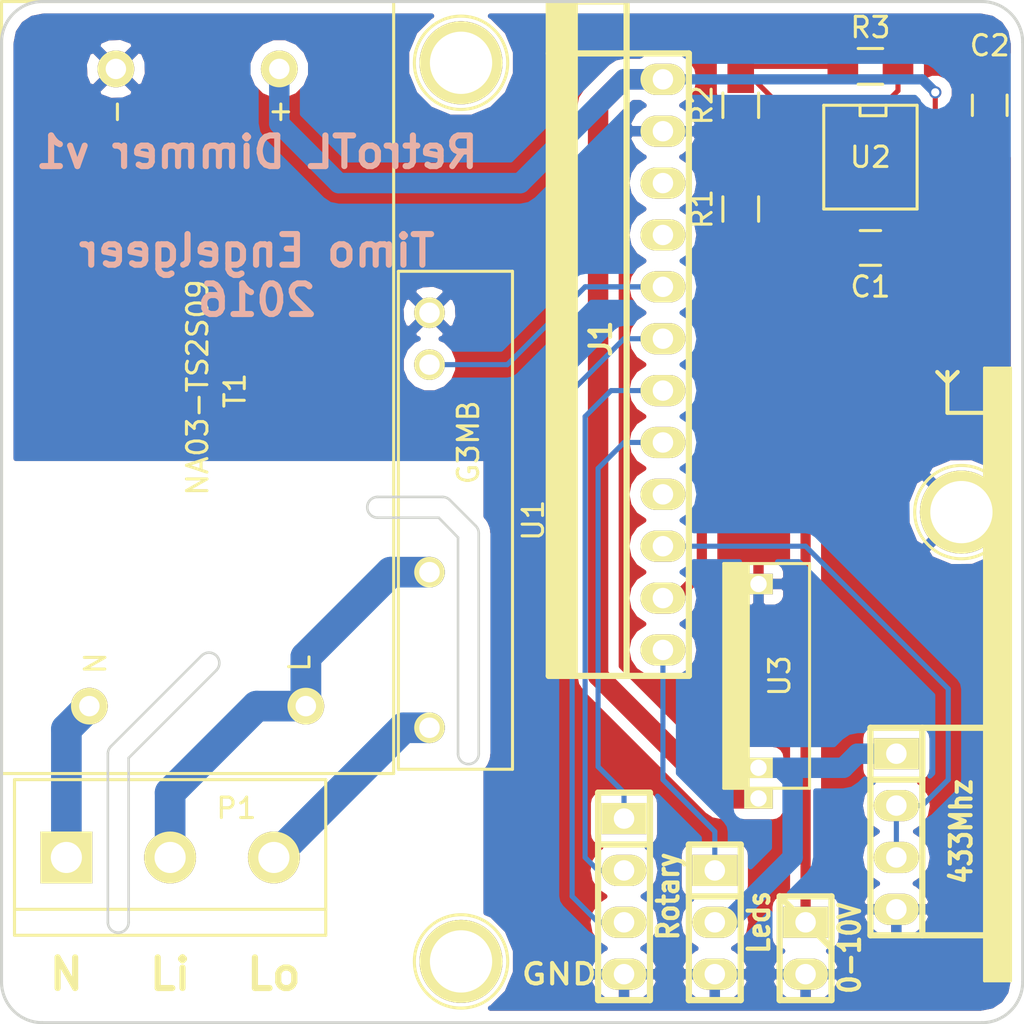
<source format=kicad_pcb>
(kicad_pcb (version 4) (host pcbnew 4.0.1-stable)

  (general
    (links 38)
    (no_connects 0)
    (area 112.564287 66.5 190 128.269)
    (thickness 1.6)
    (drawings 43)
    (tracks 103)
    (zones 0)
    (modules 19)
    (nets 21)
  )

  (page A4)
  (title_block
    (title "RetroTL Dimmer")
    (date 2016-03-08)
    (rev v1)
    (company Septillion)
    (comment 1 "Timo Engelgeer")
  )

  (layers
    (0 F.Cu signal hide)
    (31 B.Cu signal)
    (32 B.Adhes user)
    (33 F.Adhes user)
    (34 B.Paste user)
    (35 F.Paste user)
    (36 B.SilkS user)
    (37 F.SilkS user)
    (38 B.Mask user)
    (39 F.Mask user)
    (40 Dwgs.User user hide)
    (41 Cmts.User user)
    (42 Eco1.User user hide)
    (43 Eco2.User user)
    (44 Edge.Cuts user)
    (45 Margin user)
    (46 B.CrtYd user)
    (47 F.CrtYd user)
    (48 B.Fab user)
    (49 F.Fab user)
  )

  (setup
    (last_trace_width 0.5)
    (user_trace_width 0.5)
    (user_trace_width 1)
    (user_trace_width 1.5)
    (trace_clearance 0.2)
    (zone_clearance 0.508)
    (zone_45_only no)
    (trace_min 0.2)
    (segment_width 1)
    (edge_width 1)
    (via_size 0.6)
    (via_drill 0.4)
    (via_min_size 0.4)
    (via_min_drill 0.3)
    (uvia_size 0.3)
    (uvia_drill 0.1)
    (uvias_allowed no)
    (uvia_min_size 0.2)
    (uvia_min_drill 0.1)
    (pcb_text_width 0.3)
    (pcb_text_size 1.5 1.5)
    (mod_edge_width 0.15)
    (mod_text_size 1 1)
    (mod_text_width 0.15)
    (pad_size 4.064 4.064)
    (pad_drill 3.048)
    (pad_to_mask_clearance 0.2)
    (aux_axis_origin 125 77.5)
    (grid_origin 125 77.5)
    (visible_elements 7FFFF77F)
    (pcbplotparams
      (layerselection 0x010f0_80000001)
      (usegerberextensions false)
      (excludeedgelayer true)
      (linewidth 0.100000)
      (plotframeref false)
      (viasonmask false)
      (mode 1)
      (useauxorigin false)
      (hpglpennumber 1)
      (hpglpenspeed 20)
      (hpglpendiameter 15)
      (hpglpenoverlay 2)
      (psnegative false)
      (psa4output false)
      (plotreference true)
      (plotvalue true)
      (plotinvisibletext false)
      (padsonsilk false)
      (subtractmaskfromsilk false)
      (outputformat 1)
      (mirror false)
      (drillshape 0)
      (scaleselection 1)
      (outputdirectory Gerber/))
  )

  (net 0 "")
  (net 1 "Net-(C1-Pad1)")
  (net 2 GND)
  (net 3 "Net-(J1-Pad13)")
  (net 4 "Net-(J1-Pad14)")
  (net 5 "Net-(J1-Pad15)")
  (net 6 "Net-(J1-Pad16)")
  (net 7 "Net-(J1-Pad17)")
  (net 8 "Net-(J1-Pad18)")
  (net 9 "Net-(J1-Pad19)")
  (net 10 "Net-(J1-Pad20)")
  (net 11 "Net-(J1-Pad21)")
  (net 12 "Net-(J1-Pad22)")
  (net 13 +9V)
  (net 14 "Net-(P1-Pad1)")
  (net 15 "Net-(P1-Pad2)")
  (net 16 "Net-(P1-Pad3)")
  (net 17 "Net-(P2-Pad2)")
  (net 18 "Net-(P4-Pad1)")
  (net 19 "Net-(R2-Pad1)")
  (net 20 "Net-(R3-Pad1)")

  (net_class Default "This is the default net class."
    (clearance 0.2)
    (trace_width 0.25)
    (via_dia 0.6)
    (via_drill 0.4)
    (uvia_dia 0.3)
    (uvia_drill 0.1)
    (add_net +9V)
    (add_net GND)
    (add_net "Net-(C1-Pad1)")
    (add_net "Net-(J1-Pad13)")
    (add_net "Net-(J1-Pad14)")
    (add_net "Net-(J1-Pad15)")
    (add_net "Net-(J1-Pad16)")
    (add_net "Net-(J1-Pad17)")
    (add_net "Net-(J1-Pad18)")
    (add_net "Net-(J1-Pad19)")
    (add_net "Net-(J1-Pad20)")
    (add_net "Net-(J1-Pad21)")
    (add_net "Net-(J1-Pad22)")
    (add_net "Net-(P1-Pad1)")
    (add_net "Net-(P1-Pad2)")
    (add_net "Net-(P1-Pad3)")
    (add_net "Net-(P2-Pad2)")
    (add_net "Net-(P4-Pad1)")
    (add_net "Net-(R2-Pad1)")
    (add_net "Net-(R3-Pad1)")
  )

  (module septillion_Power:NA03-T2Sxx (layer F.Cu) (tedit 56DF0111) (tstamp 56A661A4)
    (at 134.6 96.4 90)
    (tags "AC-DC, ACDC, NA03-T2Sxx")
    (path /56A3BBAF)
    (fp_text reference T1 (at -0.15 1.83 90) (layer F.SilkS)
      (effects (font (size 1 1) (thickness 0.15)))
    )
    (fp_text value NA03-TS2S09 (at 0 0 90) (layer F.SilkS)
      (effects (font (size 1 1) (thickness 0.15)))
    )
    (fp_text user - (at 13.5 -4 90) (layer F.SilkS)
      (effects (font (size 1 1) (thickness 0.15)))
    )
    (fp_text user + (at 13.5 4 90) (layer F.SilkS)
      (effects (font (size 1 1) (thickness 0.15)))
    )
    (fp_text user L (at -13.5 5 90) (layer F.SilkS)
      (effects (font (size 1 1) (thickness 0.15)))
    )
    (fp_text user N (at -13.5 -5 90) (layer F.SilkS)
      (effects (font (size 1 1) (thickness 0.15)))
    )
    (fp_line (start -18.9 -9.6) (end 18.9 -9.6) (layer F.SilkS) (width 0.15))
    (fp_line (start 18.9 -9.6) (end 18.9 9.6) (layer F.SilkS) (width 0.15))
    (fp_line (start 18.9 9.6) (end -18.9 9.6) (layer F.SilkS) (width 0.15))
    (fp_line (start -18.9 9.6) (end -18.9 -9.6) (layer F.SilkS) (width 0.15))
    (pad 1 thru_hole circle (at -15.6 -5.3 90) (size 1.8 1.8) (drill 1) (layers *.Cu *.Mask F.SilkS)
      (net 14 "Net-(P1-Pad1)"))
    (pad 2 thru_hole circle (at -15.6 5.3 90) (size 1.8 1.8) (drill 1) (layers *.Cu *.Mask F.SilkS)
      (net 15 "Net-(P1-Pad2)"))
    (pad 3 thru_hole circle (at 15.6 4 90) (size 1.8 1.8) (drill 1) (layers *.Cu *.Mask F.SilkS)
      (net 13 +9V))
    (pad 4 thru_hole circle (at 15.6 -4 90) (size 1.8 1.8) (drill 1) (layers *.Cu *.Mask F.SilkS)
      (net 2 GND))
  )

  (module Connect:1pin locked (layer F.Cu) (tedit 56DF3873) (tstamp 56A67DB7)
    (at 172 102.5)
    (descr "module 1 pin (ou trou mecanique de percage)")
    (tags DEV)
    (fp_text reference REF** (at 0 -3.048) (layer F.SilkS) hide
      (effects (font (size 1 1) (thickness 0.15)))
    )
    (fp_text value 1pin (at 0 2.794) (layer F.Fab) hide
      (effects (font (size 1 1) (thickness 0.15)))
    )
    (fp_circle (center 0 0) (end 0 -2.286) (layer F.SilkS) (width 0.15))
    (pad 1 thru_hole circle (at 0 0) (size 4.064 4.064) (drill 3.048) (layers *.Cu *.Mask F.SilkS)
      (net 2 GND))
  )

  (module Connect:1pin locked (layer F.Cu) (tedit 56A67D65) (tstamp 56A67DAA)
    (at 147.5 80.5)
    (descr "module 1 pin (ou trou mecanique de percage)")
    (tags DEV)
    (fp_text reference REF** (at 0 -3.048) (layer F.SilkS) hide
      (effects (font (size 1 1) (thickness 0.15)))
    )
    (fp_text value 1pin (at 0 2.794) (layer F.Fab) hide
      (effects (font (size 1 1) (thickness 0.15)))
    )
    (fp_circle (center 0 0) (end 0 -2.286) (layer F.SilkS) (width 0.15))
    (pad 1 thru_hole circle (at 0 0) (size 4.064 4.064) (drill 3.048) (layers *.Cu *.Mask F.SilkS))
  )

  (module Connect:1pin locked (layer F.Cu) (tedit 56A67D65) (tstamp 56A67D00)
    (at 147.5 124.5)
    (descr "module 1 pin (ou trou mecanique de percage)")
    (tags DEV)
    (fp_text reference REF** (at 0 -3.048) (layer F.SilkS) hide
      (effects (font (size 1 1) (thickness 0.15)))
    )
    (fp_text value 1pin (at 0 2.794) (layer F.Fab) hide
      (effects (font (size 1 1) (thickness 0.15)))
    )
    (fp_circle (center 0 0) (end 0 -2.286) (layer F.SilkS) (width 0.15))
    (pad 1 thru_hole circle (at 0 0) (size 4.064 4.064) (drill 3.048) (layers *.Cu *.Mask F.SilkS))
  )

  (module Capacitors_SMD:C_0805_HandSoldering (layer F.Cu) (tedit 56ACB007) (tstamp 56A6615E)
    (at 167.545 89.565)
    (descr "Capacitor SMD 0805, hand soldering")
    (tags "capacitor 0805")
    (path /56A613BB)
    (attr smd)
    (fp_text reference C1 (at 0 1.905) (layer F.SilkS)
      (effects (font (size 1 1) (thickness 0.15)))
    )
    (fp_text value 100n (at 0 2.1) (layer F.Fab) hide
      (effects (font (size 1 1) (thickness 0.15)))
    )
    (fp_line (start -2.3 -1) (end 2.3 -1) (layer F.CrtYd) (width 0.05))
    (fp_line (start -2.3 1) (end 2.3 1) (layer F.CrtYd) (width 0.05))
    (fp_line (start -2.3 -1) (end -2.3 1) (layer F.CrtYd) (width 0.05))
    (fp_line (start 2.3 -1) (end 2.3 1) (layer F.CrtYd) (width 0.05))
    (fp_line (start 0.5 -0.85) (end -0.5 -0.85) (layer F.SilkS) (width 0.15))
    (fp_line (start -0.5 0.85) (end 0.5 0.85) (layer F.SilkS) (width 0.15))
    (pad 1 smd rect (at -1.25 0) (size 1.5 1.25) (layers F.Cu F.Paste F.Mask)
      (net 1 "Net-(C1-Pad1)"))
    (pad 2 smd rect (at 1.25 0) (size 1.5 1.25) (layers F.Cu F.Paste F.Mask)
      (net 2 GND))
    (model Capacitors_SMD.3dshapes/C_0805_HandSoldering.wrl
      (at (xyz 0 0 0))
      (scale (xyz 1 1 1))
      (rotate (xyz 0 0 0))
    )
  )

  (module Connect:bornier3 (layer F.Cu) (tedit 56DF394E) (tstamp 56A66175)
    (at 133.255 119.41)
    (descr "Bornier d'alimentation 3 pins")
    (tags DEV)
    (path /56A3B030)
    (fp_text reference P1 (at 3.245 -2.41) (layer F.SilkS)
      (effects (font (size 1 1) (thickness 0.15)))
    )
    (fp_text value MAINS (at 8.89 0 90) (layer F.Fab)
      (effects (font (size 1 1) (thickness 0.15)))
    )
    (fp_line (start -7.62 3.81) (end -7.62 -3.81) (layer F.SilkS) (width 0.15))
    (fp_line (start 7.62 3.81) (end 7.62 -3.81) (layer F.SilkS) (width 0.15))
    (fp_line (start -7.62 2.54) (end 7.62 2.54) (layer F.SilkS) (width 0.15))
    (fp_line (start -7.62 -3.81) (end 7.62 -3.81) (layer F.SilkS) (width 0.15))
    (fp_line (start -7.62 3.81) (end 7.62 3.81) (layer F.SilkS) (width 0.15))
    (pad 1 thru_hole rect (at -5.08 0) (size 2.54 2.54) (drill 1.524) (layers *.Cu *.Mask F.SilkS)
      (net 14 "Net-(P1-Pad1)"))
    (pad 2 thru_hole circle (at 0 0) (size 2.54 2.54) (drill 1.524) (layers *.Cu *.Mask F.SilkS)
      (net 15 "Net-(P1-Pad2)"))
    (pad 3 thru_hole circle (at 5.08 0) (size 2.54 2.54) (drill 1.524) (layers *.Cu *.Mask F.SilkS)
      (net 16 "Net-(P1-Pad3)"))
    (model Connect.3dshapes/bornier3.wrl
      (at (xyz 0 0 0))
      (scale (xyz 1 1 1))
      (rotate (xyz 0 0 0))
    )
  )

  (module w_pin_strip:pin_strip_3 (layer F.Cu) (tedit 56DF3A18) (tstamp 56A6617C)
    (at 159.925 122.585 270)
    (descr "Pin strip 3pin")
    (tags "CONN DEV")
    (path /56A609A6)
    (fp_text reference P2 (at 0 -2.159 270) (layer F.SilkS) hide
      (effects (font (size 1.016 1.016) (thickness 0.2032)))
    )
    (fp_text value Leds (at 0 -2.159 270) (layer F.SilkS)
      (effects (font (size 1.016 0.889) (thickness 0.2032)))
    )
    (fp_line (start -1.27 1.27) (end -1.27 -1.27) (layer F.SilkS) (width 0.3048))
    (fp_line (start -3.81 -1.27) (end 3.81 -1.27) (layer F.SilkS) (width 0.3048))
    (fp_line (start 3.81 -1.27) (end 3.81 1.27) (layer F.SilkS) (width 0.3048))
    (fp_line (start 3.81 1.27) (end -3.81 1.27) (layer F.SilkS) (width 0.3048))
    (fp_line (start -3.81 1.27) (end -3.81 -1.27) (layer F.SilkS) (width 0.3048))
    (pad 1 thru_hole rect (at -2.54 0 270) (size 1.524 2.19964) (drill 1.00076) (layers *.Cu *.Mask F.SilkS)
      (net 3 "Net-(J1-Pad13)"))
    (pad 2 thru_hole oval (at 0 0 270) (size 1.524 2.19964) (drill 1.00076) (layers *.Cu *.Mask F.SilkS)
      (net 17 "Net-(P2-Pad2)"))
    (pad 3 thru_hole oval (at 2.54 0 270) (size 1.524 2.19964) (drill 1.00076) (layers *.Cu *.Mask F.SilkS)
      (net 2 GND))
    (model walter/pin_strip/pin_strip_3.wrl
      (at (xyz 0 0 0))
      (scale (xyz 1 1 1))
      (rotate (xyz 0 0 0))
    )
  )

  (module w_pin_strip:pin_strip_4 (layer F.Cu) (tedit 56DF39F2) (tstamp 56A66184)
    (at 155.48 121.315 270)
    (descr "Pin strip 4pin")
    (tags "CONN DEV")
    (path /56A60A19)
    (fp_text reference P3 (at 0 -2.159 270) (layer F.SilkS) hide
      (effects (font (size 1.016 1.016) (thickness 0.2032)))
    )
    (fp_text value Rotary (at 0 -2.159 270) (layer F.SilkS)
      (effects (font (size 1.016 0.889) (thickness 0.2032)))
    )
    (fp_line (start -2.54 -1.27) (end -2.54 1.27) (layer F.SilkS) (width 0.3048))
    (fp_line (start 5.08 1.27) (end -5.08 1.27) (layer F.SilkS) (width 0.3048))
    (fp_line (start -5.08 -1.27) (end 5.08 -1.27) (layer F.SilkS) (width 0.3048))
    (fp_line (start -5.08 1.27) (end -5.08 -1.27) (layer F.SilkS) (width 0.3048))
    (fp_line (start 5.08 -1.27) (end 5.08 1.27) (layer F.SilkS) (width 0.3048))
    (pad 1 thru_hole rect (at -3.81 0 270) (size 1.524 2.19964) (drill 1.00076) (layers *.Cu *.Mask F.SilkS)
      (net 7 "Net-(J1-Pad17)"))
    (pad 2 thru_hole oval (at -1.27 0 270) (size 1.524 2.19964) (drill 1.00076) (layers *.Cu *.Mask F.SilkS)
      (net 8 "Net-(J1-Pad18)"))
    (pad 3 thru_hole oval (at 1.27 0 270) (size 1.524 2.19964) (drill 1.00076) (layers *.Cu *.Mask F.SilkS)
      (net 9 "Net-(J1-Pad19)"))
    (pad 4 thru_hole oval (at 3.81 0 270) (size 1.524 2.19964) (drill 1.00076) (layers *.Cu *.Mask F.SilkS)
      (net 2 GND))
    (model walter/pin_strip/pin_strip_4.wrl
      (at (xyz 0 0 0))
      (scale (xyz 1 1 1))
      (rotate (xyz 0 0 0))
    )
  )

  (module w_pin_strip:pin_strip_2 (layer F.Cu) (tedit 56DF3A30) (tstamp 56A6618A)
    (at 164.37 123.855 270)
    (descr "Pin strip 2pin")
    (tags "CONN DEV")
    (path /56A60A74)
    (fp_text reference P4 (at 0 -2.159 270) (layer F.SilkS) hide
      (effects (font (size 1.016 1.016) (thickness 0.2032)))
    )
    (fp_text value 0-10V (at 0 -2.159 270) (layer F.SilkS)
      (effects (font (size 1.016 0.889) (thickness 0.2032)))
    )
    (fp_line (start -2.54 1.27) (end 0 -1.27) (layer F.SilkS) (width 0.3048))
    (fp_line (start 2.54 1.27) (end -2.54 1.27) (layer F.SilkS) (width 0.3048))
    (fp_line (start -2.54 -1.27) (end 2.54 -1.27) (layer F.SilkS) (width 0.3048))
    (fp_line (start -2.54 1.27) (end -2.54 -1.27) (layer F.SilkS) (width 0.3048))
    (fp_line (start 2.54 -1.27) (end 2.54 1.27) (layer F.SilkS) (width 0.3048))
    (pad 1 thru_hole rect (at -1.27 0 270) (size 1.524 2.19964) (drill 1.00076) (layers *.Cu *.Mask F.SilkS)
      (net 18 "Net-(P4-Pad1)"))
    (pad 2 thru_hole oval (at 1.27 0 270) (size 1.524 2.19964) (drill 1.00076) (layers *.Cu *.Mask F.SilkS)
      (net 2 GND))
    (model walter/pin_strip/pin_strip_2.wrl
      (at (xyz 0 0 0))
      (scale (xyz 1 1 1))
      (rotate (xyz 0 0 0))
    )
  )

  (module Resistors_SMD:R_0805_HandSoldering (layer F.Cu) (tedit 56ACAFF1) (tstamp 56A66190)
    (at 161.195 87.66 270)
    (descr "Resistor SMD 0805, hand soldering")
    (tags "resistor 0805")
    (path /56A6137C)
    (attr smd)
    (fp_text reference R1 (at 0 1.905 270) (layer F.SilkS)
      (effects (font (size 1 1) (thickness 0.15)))
    )
    (fp_text value 12k (at 0 2.1 270) (layer F.Fab) hide
      (effects (font (size 1 1) (thickness 0.15)))
    )
    (fp_line (start -2.4 -1) (end 2.4 -1) (layer F.CrtYd) (width 0.05))
    (fp_line (start -2.4 1) (end 2.4 1) (layer F.CrtYd) (width 0.05))
    (fp_line (start -2.4 -1) (end -2.4 1) (layer F.CrtYd) (width 0.05))
    (fp_line (start 2.4 -1) (end 2.4 1) (layer F.CrtYd) (width 0.05))
    (fp_line (start 0.6 0.875) (end -0.6 0.875) (layer F.SilkS) (width 0.15))
    (fp_line (start -0.6 -0.875) (end 0.6 -0.875) (layer F.SilkS) (width 0.15))
    (pad 1 smd rect (at -1.35 0 270) (size 1.5 1.3) (layers F.Cu F.Paste F.Mask)
      (net 1 "Net-(C1-Pad1)"))
    (pad 2 smd rect (at 1.35 0 270) (size 1.5 1.3) (layers F.Cu F.Paste F.Mask)
      (net 4 "Net-(J1-Pad14)"))
    (model Resistors_SMD.3dshapes/R_0805_HandSoldering.wrl
      (at (xyz 0 0 0))
      (scale (xyz 1 1 1))
      (rotate (xyz 0 0 0))
    )
  )

  (module Resistors_SMD:R_0805_HandSoldering (layer F.Cu) (tedit 56ACAFF6) (tstamp 56A66196)
    (at 161.195 82.58 270)
    (descr "Resistor SMD 0805, hand soldering")
    (tags "resistor 0805")
    (path /56A61157)
    (attr smd)
    (fp_text reference R2 (at 0 1.905 270) (layer F.SilkS)
      (effects (font (size 1 1) (thickness 0.15)))
    )
    (fp_text value 15k (at 0 2.1 270) (layer F.Fab) hide
      (effects (font (size 1 1) (thickness 0.15)))
    )
    (fp_line (start -2.4 -1) (end 2.4 -1) (layer F.CrtYd) (width 0.05))
    (fp_line (start -2.4 1) (end 2.4 1) (layer F.CrtYd) (width 0.05))
    (fp_line (start -2.4 -1) (end -2.4 1) (layer F.CrtYd) (width 0.05))
    (fp_line (start 2.4 -1) (end 2.4 1) (layer F.CrtYd) (width 0.05))
    (fp_line (start 0.6 0.875) (end -0.6 0.875) (layer F.SilkS) (width 0.15))
    (fp_line (start -0.6 -0.875) (end 0.6 -0.875) (layer F.SilkS) (width 0.15))
    (pad 1 smd rect (at -1.35 0 270) (size 1.5 1.3) (layers F.Cu F.Paste F.Mask)
      (net 19 "Net-(R2-Pad1)"))
    (pad 2 smd rect (at 1.35 0 270) (size 1.5 1.3) (layers F.Cu F.Paste F.Mask)
      (net 2 GND))
    (model Resistors_SMD.3dshapes/R_0805_HandSoldering.wrl
      (at (xyz 0 0 0))
      (scale (xyz 1 1 1))
      (rotate (xyz 0 0 0))
    )
  )

  (module Resistors_SMD:R_0805_HandSoldering (layer F.Cu) (tedit 56ACB002) (tstamp 56A6619C)
    (at 167.545 80.675 180)
    (descr "Resistor SMD 0805, hand soldering")
    (tags "resistor 0805")
    (path /56A6110E)
    (attr smd)
    (fp_text reference R3 (at 0 1.905 180) (layer F.SilkS)
      (effects (font (size 1 1) (thickness 0.15)))
    )
    (fp_text value 12k (at 0 2.1 180) (layer F.Fab) hide
      (effects (font (size 1 1) (thickness 0.15)))
    )
    (fp_line (start -2.4 -1) (end 2.4 -1) (layer F.CrtYd) (width 0.05))
    (fp_line (start -2.4 1) (end 2.4 1) (layer F.CrtYd) (width 0.05))
    (fp_line (start -2.4 -1) (end -2.4 1) (layer F.CrtYd) (width 0.05))
    (fp_line (start 2.4 -1) (end 2.4 1) (layer F.CrtYd) (width 0.05))
    (fp_line (start 0.6 0.875) (end -0.6 0.875) (layer F.SilkS) (width 0.15))
    (fp_line (start -0.6 -0.875) (end 0.6 -0.875) (layer F.SilkS) (width 0.15))
    (pad 1 smd rect (at -1.35 0 180) (size 1.5 1.3) (layers F.Cu F.Paste F.Mask)
      (net 20 "Net-(R3-Pad1)"))
    (pad 2 smd rect (at 1.35 0 180) (size 1.5 1.3) (layers F.Cu F.Paste F.Mask)
      (net 19 "Net-(R2-Pad1)"))
    (model Resistors_SMD.3dshapes/R_0805_HandSoldering.wrl
      (at (xyz 0 0 0))
      (scale (xyz 1 1 1))
      (rotate (xyz 0 0 0))
    )
  )

  (module SMD_Packages:SOIC-8-N (layer F.Cu) (tedit 56ACB014) (tstamp 56A661B8)
    (at 167.545 85.12 270)
    (descr "Module Narrow CMS SOJ 8 pins large")
    (tags "CMS SOJ")
    (path /56A60575)
    (attr smd)
    (fp_text reference U2 (at 0 0 360) (layer F.SilkS)
      (effects (font (size 1 1) (thickness 0.15)))
    )
    (fp_text value LM358 (at 0 1.27 270) (layer F.Fab) hide
      (effects (font (size 1 1) (thickness 0.15)))
    )
    (fp_line (start -2.54 -2.286) (end 2.54 -2.286) (layer F.SilkS) (width 0.15))
    (fp_line (start 2.54 -2.286) (end 2.54 2.286) (layer F.SilkS) (width 0.15))
    (fp_line (start 2.54 2.286) (end -2.54 2.286) (layer F.SilkS) (width 0.15))
    (fp_line (start -2.54 2.286) (end -2.54 -2.286) (layer F.SilkS) (width 0.15))
    (fp_line (start -2.54 -0.762) (end -2.032 -0.762) (layer F.SilkS) (width 0.15))
    (fp_line (start -2.032 -0.762) (end -2.032 0.508) (layer F.SilkS) (width 0.15))
    (fp_line (start -2.032 0.508) (end -2.54 0.508) (layer F.SilkS) (width 0.15))
    (pad 8 smd rect (at -1.905 -3.175 270) (size 0.508 1.143) (layers F.Cu F.Paste F.Mask)
      (net 13 +9V))
    (pad 7 smd rect (at -0.635 -3.175 270) (size 0.508 1.143) (layers F.Cu F.Paste F.Mask)
      (net 18 "Net-(P4-Pad1)"))
    (pad 6 smd rect (at 0.635 -3.175 270) (size 0.508 1.143) (layers F.Cu F.Paste F.Mask)
      (net 18 "Net-(P4-Pad1)"))
    (pad 5 smd rect (at 1.905 -3.175 270) (size 0.508 1.143) (layers F.Cu F.Paste F.Mask)
      (net 20 "Net-(R3-Pad1)"))
    (pad 4 smd rect (at 1.905 3.175 270) (size 0.508 1.143) (layers F.Cu F.Paste F.Mask)
      (net 2 GND))
    (pad 3 smd rect (at 0.635 3.175 270) (size 0.508 1.143) (layers F.Cu F.Paste F.Mask)
      (net 1 "Net-(C1-Pad1)"))
    (pad 2 smd rect (at -0.635 3.175 270) (size 0.508 1.143) (layers F.Cu F.Paste F.Mask)
      (net 19 "Net-(R2-Pad1)"))
    (pad 1 smd rect (at -1.905 3.175 270) (size 0.508 1.143) (layers F.Cu F.Paste F.Mask)
      (net 20 "Net-(R3-Pad1)"))
    (model SMD_Packages.3dshapes/SOIC-8-N.wrl
      (at (xyz 0 0 0))
      (scale (xyz 0.5 0.38 0.5))
      (rotate (xyz 0 0 0))
    )
  )

  (module septillion_Modules:RM433_receiver_4pin (layer F.Cu) (tedit 56DF39D2) (tstamp 56A9E78B)
    (at 168.815 118.14)
    (descr "433Mhz receiver 4pin")
    (tags "RM433 433 receiver")
    (path /56A9425E)
    (fp_text reference U4 (at 1.27 6.35) (layer F.SilkS) hide
      (effects (font (size 1.016 1.016) (thickness 0.2032)))
    )
    (fp_text value 433Mhz (at 3.175 0 90) (layer F.SilkS)
      (effects (font (size 1.016 0.889) (thickness 0.2032)))
    )
    (fp_line (start 2.5 -20.5) (end 2.5 -22.5) (layer F.SilkS) (width 0.2))
    (fp_line (start 2.5 -22.5) (end 2.5 -22) (layer F.SilkS) (width 0.2))
    (fp_line (start 2.5 -22) (end 3 -22.5) (layer F.SilkS) (width 0.2))
    (fp_line (start 3 -22.5) (end 2.5 -22) (layer F.SilkS) (width 0.2))
    (fp_line (start 2.5 -22) (end 2 -22.5) (layer F.SilkS) (width 0.2))
    (fp_line (start 4.5 -20.5) (end 2.5 -20.5) (layer F.SilkS) (width 0.2))
    (fp_line (start 5.461 7.183) (end 5.461 -22.563) (layer F.SilkS) (width 0.254))
    (fp_line (start 5.334 7.183) (end 5.334 -22.563) (layer F.SilkS) (width 0.254))
    (fp_line (start 5.207 7.183) (end 5.207 -22.563) (layer F.SilkS) (width 0.254))
    (fp_line (start 5.08 7.183) (end 5.08 -22.563) (layer F.SilkS) (width 0.254))
    (fp_line (start 4.953 7.183) (end 4.953 -22.563) (layer F.SilkS) (width 0.254))
    (fp_line (start 4.826 7.183) (end 4.826 -22.563) (layer F.SilkS) (width 0.254))
    (fp_line (start 4.699 7.183) (end 4.699 -22.563) (layer F.SilkS) (width 0.254))
    (fp_line (start 4.572 7.183) (end 4.572 -22.563) (layer F.SilkS) (width 0.254))
    (fp_line (start 4.445 7.183) (end 4.445 -22.563) (layer F.SilkS) (width 0.254))
    (fp_line (start 4.318 -22.69) (end 5.588 -22.69) (layer F.SilkS) (width 0.15))
    (fp_line (start 4.318 7.31) (end 5.588 7.31) (layer F.SilkS) (width 0.15))
    (fp_line (start 5.588 7.31) (end 5.588 -22.69) (layer F.SilkS) (width 0.15))
    (fp_line (start 4.318 7.31) (end 4.318 -22.69) (layer F.SilkS) (width 0.15))
    (fp_line (start 1.27 -2.54) (end -1.27 -2.54) (layer F.SilkS) (width 0.3048))
    (fp_line (start -1.27 5.08) (end -1.27 -5.08) (layer F.SilkS) (width 0.3048))
    (fp_line (start 1.27 -5.08) (end 1.27 5.08) (layer F.SilkS) (width 0.3048))
    (fp_line (start -1.27 -5.08) (end 4.318 -5.08) (layer F.SilkS) (width 0.3048))
    (fp_line (start 4.318 5.08) (end -1.27 5.08) (layer F.SilkS) (width 0.3048))
    (pad 1 thru_hole rect (at 0 -3.81 270) (size 1.524 2.19964) (drill 1.00076) (layers *.Cu *.Mask F.SilkS)
      (net 17 "Net-(P2-Pad2)"))
    (pad 2 thru_hole oval (at 0 -1.27 270) (size 1.524 2.19964) (drill 1.00076) (layers *.Cu *.Mask F.SilkS)
      (net 5 "Net-(J1-Pad15)"))
    (pad 3 thru_hole oval (at 0 1.27 270) (size 1.524 2.19964) (drill 1.00076) (layers *.Cu *.Mask F.SilkS)
      (net 5 "Net-(J1-Pad15)"))
    (pad 4 thru_hole oval (at 0 3.81 270) (size 1.524 2.19964) (drill 1.00076) (layers *.Cu *.Mask F.SilkS)
      (net 2 GND))
    (model walter/pin_strip/pin_strip_4.wrl
      (at (xyz 0 0 0))
      (scale (xyz 1 1 1))
      (rotate (xyz 0 0 0))
    )
  )

  (module "septillion_Arduino:arduino_pro_mini_(angle)_header" (layer F.Cu) (tedit 56ACA72F) (tstamp 56A6616E)
    (at 157.385 94.01 90)
    (descr "Arduino Pro Mini Header (angle)")
    (tags Arduino)
    (path /56A3B8FF)
    (fp_text reference J1 (at 0 -3.048 90) (layer F.SilkS)
      (effects (font (size 1.016 1.016) (thickness 0.2032)))
    )
    (fp_text value Arduino_ProMini_Angeld_Header (at 0 2.159 90) (layer F.SilkS) hide
      (effects (font (size 1.016 0.889) (thickness 0.2032)))
    )
    (fp_line (start 16.51 -5.588) (end -16.51 -5.588) (layer F.SilkS) (width 0.3048))
    (fp_line (start 16.51 -5.334) (end -16.51 -5.334) (layer F.SilkS) (width 0.3048))
    (fp_line (start 16.51 -5.08) (end -16.51 -5.08) (layer F.SilkS) (width 0.3048))
    (fp_line (start 16.51 -4.826) (end -16.51 -4.826) (layer F.SilkS) (width 0.3048))
    (fp_line (start 16.51 -4.572) (end -16.51 -4.572) (layer F.SilkS) (width 0.3048))
    (fp_line (start 16.51 -4.318) (end -16.51 -4.318) (layer F.SilkS) (width 0.3048))
    (fp_line (start -16.51 1.27) (end -16.51 -5.588) (layer F.SilkS) (width 0.3048))
    (fp_line (start 16.51 -5.588) (end 16.51 -1.778) (layer F.SilkS) (width 0.3048))
    (fp_line (start 16.51 -1.778) (end -16.51 -1.778) (layer F.SilkS) (width 0.3048))
    (fp_line (start 13.97 1.27) (end -16.51 1.27) (layer F.SilkS) (width 0.3048))
    (fp_line (start 13.97 1.27) (end 13.97 -5.588) (layer F.SilkS) (width 0.3048))
    (pad 13 thru_hole oval (at -15.24 0 270) (size 1.524 2.19964) (drill 1.00076) (layers *.Cu *.Mask F.SilkS)
      (net 3 "Net-(J1-Pad13)"))
    (pad 14 thru_hole oval (at -12.7 0 270) (size 1.524 2.1971) (drill 1.00076) (layers *.Cu *.Mask F.SilkS)
      (net 4 "Net-(J1-Pad14)"))
    (pad 15 thru_hole oval (at -10.16 0 270) (size 1.524 2.1971) (drill 1.00076) (layers *.Cu *.Mask F.SilkS)
      (net 5 "Net-(J1-Pad15)"))
    (pad 16 thru_hole oval (at -7.62 0 270) (size 1.524 2.1971) (drill 1.00076) (layers *.Cu *.Mask F.SilkS)
      (net 6 "Net-(J1-Pad16)"))
    (pad 17 thru_hole oval (at -5.08 0 270) (size 1.524 2.1971) (drill 1.00076) (layers *.Cu *.Mask F.SilkS)
      (net 7 "Net-(J1-Pad17)"))
    (pad 18 thru_hole oval (at -2.54 0 270) (size 1.524 2.1971) (drill 0.99822) (layers *.Cu *.Mask F.SilkS)
      (net 8 "Net-(J1-Pad18)"))
    (pad 19 thru_hole oval (at 0 0 270) (size 1.524 2.1971) (drill 0.99822) (layers *.Cu *.Mask F.SilkS)
      (net 9 "Net-(J1-Pad19)"))
    (pad 20 thru_hole oval (at 2.54 0 270) (size 1.524 2.1971) (drill 0.99822) (layers *.Cu *.Mask F.SilkS)
      (net 10 "Net-(J1-Pad20)"))
    (pad 21 thru_hole oval (at 5.08 0 270) (size 1.524 2.1971) (drill 0.99822) (layers *.Cu *.Mask F.SilkS)
      (net 11 "Net-(J1-Pad21)"))
    (pad 22 thru_hole oval (at 7.62 0 270) (size 1.524 2.1971) (drill 0.99822) (layers *.Cu *.Mask F.SilkS)
      (net 12 "Net-(J1-Pad22)"))
    (pad 23 thru_hole oval (at 10.16 0 270) (size 1.524 2.1971) (drill 0.99822) (layers *.Cu *.Mask F.SilkS)
      (net 2 GND))
    (pad 24 thru_hole oval (at 12.7 0 270) (size 1.524 2.1971) (drill 0.99822) (layers *.Cu *.Mask F.SilkS)
      (net 13 +9V))
    (model walter/conn_misc/arduino_nano_header.wrl
      (at (xyz 0 0 0))
      (scale (xyz 1 1 1))
      (rotate (xyz 0 0 0))
    )
  )

  (module Septillion_TRIAC:G3MB-xxxx (layer F.Cu) (tedit 56DF012A) (tstamp 56A661AC)
    (at 147.225 102.9 90)
    (tags "G3MB, G3MB-xxxx, opto triac, triac")
    (path /56A3B3E1)
    (fp_text reference U1 (at 0 3.81 90) (layer F.SilkS)
      (effects (font (size 1 1) (thickness 0.15)))
    )
    (fp_text value G3MB (at 3.81 0.635 90) (layer F.SilkS)
      (effects (font (size 1 1) (thickness 0.15)))
    )
    (fp_line (start 12.192 -2.794) (end -12.192 -2.794) (layer F.SilkS) (width 0.15))
    (fp_line (start -12.192 -2.794) (end -12.192 2.794) (layer F.SilkS) (width 0.15))
    (fp_line (start -12.192 2.794) (end 12.192 2.794) (layer F.SilkS) (width 0.15))
    (fp_line (start 12.192 2.794) (end 12.192 -2.794) (layer F.SilkS) (width 0.15))
    (pad 1 thru_hole circle (at -10.16 -1.27 90) (size 1.5 1.5) (drill 1) (layers *.Cu *.Mask F.SilkS)
      (net 16 "Net-(P1-Pad3)"))
    (pad 2 thru_hole circle (at -2.54 -1.27 90) (size 1.5 1.5) (drill 1) (layers *.Cu *.Mask F.SilkS)
      (net 15 "Net-(P1-Pad2)"))
    (pad 3 thru_hole circle (at 7.62 -1.27 90) (size 1.5 1.5) (drill 1) (layers *.Cu *.Mask F.SilkS)
      (net 10 "Net-(J1-Pad20)"))
    (pad 4 thru_hole circle (at 10.16 -1.27 90) (size 1.5 1.5) (drill 1) (layers *.Cu *.Mask F.SilkS)
      (net 2 GND))
  )

  (module septillio_logo:Logo_mask_OSHW_12x13mm (layer B.Cu) (tedit 0) (tstamp 56DFC159)
    (at 165.23 88.5 180)
    (descr "Open Hardware Logo, 12x13mm")
    (fp_text reference G*** (at 0 0 180) (layer B.Mask) hide
      (effects (font (size 0.5461 0.5461) (thickness 0.10922)) (justify mirror))
    )
    (fp_text value LOGO (at 0 -0.9 180) (layer B.Mask) hide
      (effects (font (size 0.5461 0.5461) (thickness 0.10922)) (justify mirror))
    )
    (fp_line (start 5.21 -7.11) (end 5.31 -7.04) (layer B.Mask) (width 0.15))
    (fp_line (start 5.03 -7.11) (end 5.21 -7.11) (layer B.Mask) (width 0.15))
    (fp_line (start 4.93 -7.04) (end 5.03 -7.11) (layer B.Mask) (width 0.15))
    (fp_line (start 4.88 -6.9) (end 4.93 -7.04) (layer B.Mask) (width 0.15))
    (fp_line (start 4.88 -6.32) (end 4.88 -6.9) (layer B.Mask) (width 0.15))
    (fp_line (start 4.94 -6.17) (end 4.88 -6.32) (layer B.Mask) (width 0.15))
    (fp_line (start 5.04 -6.1) (end 4.94 -6.17) (layer B.Mask) (width 0.15))
    (fp_line (start 5.21 -6.1) (end 5.04 -6.1) (layer B.Mask) (width 0.15))
    (fp_line (start 5.31 -6.19) (end 5.21 -6.1) (layer B.Mask) (width 0.15))
    (fp_line (start 5.36 -6.32) (end 5.31 -6.19) (layer B.Mask) (width 0.15))
    (fp_line (start 5.36 -6.59) (end 5.36 -6.32) (layer B.Mask) (width 0.15))
    (fp_line (start 4.88 -6.59) (end 5.36 -6.59) (layer B.Mask) (width 0.15))
    (fp_line (start 4.31 -6.11) (end 4.31 -7.11) (layer B.Mask) (width 0.15))
    (fp_line (start 4.36 -6.25) (end 4.31 -6.42) (layer B.Mask) (width 0.15))
    (fp_line (start 4.4 -6.19) (end 4.36 -6.25) (layer B.Mask) (width 0.15))
    (fp_line (start 4.5 -6.11) (end 4.4 -6.19) (layer B.Mask) (width 0.15))
    (fp_line (start 4.61 -6.11) (end 4.5 -6.11) (layer B.Mask) (width 0.15))
    (fp_line (start 2.26 -6.1) (end 2.45 -7.11) (layer B.Mask) (width 0.15))
    (fp_line (start 2.45 -7.11) (end 2.64 -6.39) (layer B.Mask) (width 0.15))
    (fp_line (start 2.64 -6.39) (end 2.83 -7.11) (layer B.Mask) (width 0.15))
    (fp_line (start 2.83 -7.11) (end 3.03 -6.1) (layer B.Mask) (width 0.15))
    (fp_line (start 1.88 -7.03) (end 1.79 -7.11) (layer B.Mask) (width 0.15))
    (fp_line (start 1.79 -7.11) (end 1.6 -7.11) (layer B.Mask) (width 0.15))
    (fp_line (start 1.6 -7.11) (end 1.53 -7.06) (layer B.Mask) (width 0.15))
    (fp_line (start 1.53 -7.06) (end 1.46 -6.98) (layer B.Mask) (width 0.15))
    (fp_line (start 1.46 -6.98) (end 1.4 -6.82) (layer B.Mask) (width 0.15))
    (fp_line (start 1.4 -6.82) (end 1.4 -6.4) (layer B.Mask) (width 0.15))
    (fp_line (start 1.4 -6.4) (end 1.45 -6.25) (layer B.Mask) (width 0.15))
    (fp_line (start 1.45 -6.25) (end 1.52 -6.16) (layer B.Mask) (width 0.15))
    (fp_line (start 1.52 -6.16) (end 1.6 -6.11) (layer B.Mask) (width 0.15))
    (fp_line (start 1.6 -6.11) (end 1.78 -6.11) (layer B.Mask) (width 0.15))
    (fp_line (start 1.78 -6.11) (end 1.88 -6.19) (layer B.Mask) (width 0.15))
    (fp_line (start 1.88 -5.61) (end 1.88 -7.11) (layer B.Mask) (width 0.15))
    (fp_line (start 1.13 -6.11) (end 1.02 -6.11) (layer B.Mask) (width 0.15))
    (fp_line (start 1.02 -6.11) (end 0.92 -6.19) (layer B.Mask) (width 0.15))
    (fp_line (start 0.92 -6.19) (end 0.88 -6.25) (layer B.Mask) (width 0.15))
    (fp_line (start 0.88 -6.25) (end 0.83 -6.42) (layer B.Mask) (width 0.15))
    (fp_line (start 0.83 -6.11) (end 0.83 -7.11) (layer B.Mask) (width 0.15))
    (fp_line (start 3.84 -6.32) (end 3.84 -7.11) (layer B.Mask) (width 0.15))
    (fp_line (start 3.78 -6.17) (end 3.84 -6.32) (layer B.Mask) (width 0.15))
    (fp_line (start 3.69 -6.1) (end 3.78 -6.17) (layer B.Mask) (width 0.15))
    (fp_line (start 3.51 -6.1) (end 3.69 -6.1) (layer B.Mask) (width 0.15))
    (fp_line (start 3.4 -6.18) (end 3.51 -6.1) (layer B.Mask) (width 0.15))
    (fp_line (start 3.36 -6.88) (end 3.4 -7.02) (layer B.Mask) (width 0.15))
    (fp_line (start 3.36 -6.75) (end 3.36 -6.88) (layer B.Mask) (width 0.15))
    (fp_line (start 3.41 -6.61) (end 3.36 -6.75) (layer B.Mask) (width 0.15))
    (fp_line (start 3.51 -6.53) (end 3.41 -6.61) (layer B.Mask) (width 0.15))
    (fp_line (start 3.75 -6.53) (end 3.51 -6.53) (layer B.Mask) (width 0.15))
    (fp_line (start 3.84 -6.46) (end 3.75 -6.53) (layer B.Mask) (width 0.15))
    (fp_line (start 3.74 -7.11) (end 3.84 -7.03) (layer B.Mask) (width 0.15))
    (fp_line (start 3.51 -7.11) (end 3.74 -7.11) (layer B.Mask) (width 0.15))
    (fp_line (start 3.4 -7.02) (end 3.51 -7.11) (layer B.Mask) (width 0.15))
    (fp_line (start -0.08 -7.02) (end 0.03 -7.11) (layer B.Mask) (width 0.15))
    (fp_line (start 0.03 -7.11) (end 0.26 -7.11) (layer B.Mask) (width 0.15))
    (fp_line (start 0.26 -7.11) (end 0.36 -7.03) (layer B.Mask) (width 0.15))
    (fp_line (start 0.36 -6.46) (end 0.27 -6.53) (layer B.Mask) (width 0.15))
    (fp_line (start 0.27 -6.53) (end 0.03 -6.53) (layer B.Mask) (width 0.15))
    (fp_line (start 0.03 -6.53) (end -0.07 -6.61) (layer B.Mask) (width 0.15))
    (fp_line (start -0.07 -6.61) (end -0.12 -6.75) (layer B.Mask) (width 0.15))
    (fp_line (start -0.12 -6.75) (end -0.12 -6.88) (layer B.Mask) (width 0.15))
    (fp_line (start -0.12 -6.88) (end -0.08 -7.02) (layer B.Mask) (width 0.15))
    (fp_line (start -0.08 -6.18) (end 0.03 -6.1) (layer B.Mask) (width 0.15))
    (fp_line (start 0.03 -6.1) (end 0.21 -6.1) (layer B.Mask) (width 0.15))
    (fp_line (start 0.21 -6.1) (end 0.3 -6.17) (layer B.Mask) (width 0.15))
    (fp_line (start 0.3 -6.17) (end 0.36 -6.32) (layer B.Mask) (width 0.15))
    (fp_line (start 0.36 -6.32) (end 0.36 -7.11) (layer B.Mask) (width 0.15))
    (fp_line (start -0.98 -7.11) (end -0.98 -5.61) (layer B.Mask) (width 0.15))
    (fp_line (start -0.92 -6.17) (end -0.98 -6.24) (layer B.Mask) (width 0.15))
    (fp_line (start -0.84 -6.11) (end -0.92 -6.17) (layer B.Mask) (width 0.15))
    (fp_line (start -0.7 -6.11) (end -0.84 -6.11) (layer B.Mask) (width 0.15))
    (fp_line (start -0.6 -6.18) (end -0.7 -6.11) (layer B.Mask) (width 0.15))
    (fp_line (start -0.55 -6.33) (end -0.6 -6.18) (layer B.Mask) (width 0.15))
    (fp_line (start -0.55 -7.11) (end -0.55 -6.33) (layer B.Mask) (width 0.15))
    (fp_line (start -2.21 -7.11) (end -2.21 -6.33) (layer B.Mask) (width 0.15))
    (fp_line (start -2.21 -6.33) (end -2.26 -6.18) (layer B.Mask) (width 0.15))
    (fp_line (start -2.26 -6.18) (end -2.36 -6.11) (layer B.Mask) (width 0.15))
    (fp_line (start -2.36 -6.11) (end -2.5 -6.11) (layer B.Mask) (width 0.15))
    (fp_line (start -2.5 -6.11) (end -2.58 -6.17) (layer B.Mask) (width 0.15))
    (fp_line (start -2.58 -6.17) (end -2.64 -6.24) (layer B.Mask) (width 0.15))
    (fp_line (start -2.64 -6.11) (end -2.64 -7.11) (layer B.Mask) (width 0.15))
    (fp_line (start -3.55 -6.59) (end -3.07 -6.59) (layer B.Mask) (width 0.15))
    (fp_line (start -3.07 -6.59) (end -3.07 -6.32) (layer B.Mask) (width 0.15))
    (fp_line (start -3.07 -6.32) (end -3.12 -6.19) (layer B.Mask) (width 0.15))
    (fp_line (start -3.12 -6.19) (end -3.22 -6.1) (layer B.Mask) (width 0.15))
    (fp_line (start -3.22 -6.1) (end -3.39 -6.1) (layer B.Mask) (width 0.15))
    (fp_line (start -3.39 -6.1) (end -3.49 -6.17) (layer B.Mask) (width 0.15))
    (fp_line (start -3.49 -6.17) (end -3.55 -6.32) (layer B.Mask) (width 0.15))
    (fp_line (start -3.55 -6.32) (end -3.55 -6.9) (layer B.Mask) (width 0.15))
    (fp_line (start -3.55 -6.9) (end -3.5 -7.04) (layer B.Mask) (width 0.15))
    (fp_line (start -3.5 -7.04) (end -3.4 -7.11) (layer B.Mask) (width 0.15))
    (fp_line (start -3.4 -7.11) (end -3.22 -7.11) (layer B.Mask) (width 0.15))
    (fp_line (start -3.22 -7.11) (end -3.12 -7.04) (layer B.Mask) (width 0.15))
    (fp_line (start -4.41 -6.1) (end -4.41 -7.61) (layer B.Mask) (width 0.15))
    (fp_line (start -4.3 -6.1) (end -4.12 -6.1) (layer B.Mask) (width 0.15))
    (fp_line (start -4.3 -7.1) (end -4.11 -7.1) (layer B.Mask) (width 0.15))
    (fp_line (start -4.3 -6.1) (end -4.38 -6.16) (layer B.Mask) (width 0.15))
    (fp_line (start -4.03 -6.17) (end -4.12 -6.1) (layer B.Mask) (width 0.15))
    (fp_line (start -3.98 -6.24) (end -4.03 -6.17) (layer B.Mask) (width 0.15))
    (fp_line (start -3.93 -6.4) (end -3.98 -6.24) (layer B.Mask) (width 0.15))
    (fp_line (start -3.93 -6.81) (end -3.93 -6.4) (layer B.Mask) (width 0.15))
    (fp_line (start -3.98 -6.95) (end -3.93 -6.81) (layer B.Mask) (width 0.15))
    (fp_line (start -4.02 -7.02) (end -3.98 -6.95) (layer B.Mask) (width 0.15))
    (fp_line (start -4.12 -7.1) (end -4.02 -7.02) (layer B.Mask) (width 0.15))
    (fp_line (start -4.4 -7.03) (end -4.3 -7.1) (layer B.Mask) (width 0.15))
    (fp_line (start -5.36 -6.4) (end -5.36 -6.81) (layer B.Mask) (width 0.15))
    (fp_line (start -5.36 -6.81) (end -5.31 -6.95) (layer B.Mask) (width 0.15))
    (fp_line (start -5.31 -6.95) (end -5.26 -7.04) (layer B.Mask) (width 0.15))
    (fp_line (start -5.26 -7.04) (end -5.16 -7.11) (layer B.Mask) (width 0.15))
    (fp_line (start -5.16 -7.11) (end -5.02 -7.11) (layer B.Mask) (width 0.15))
    (fp_line (start -5.02 -7.11) (end -4.92 -7.03) (layer B.Mask) (width 0.15))
    (fp_line (start -4.92 -7.03) (end -4.88 -6.96) (layer B.Mask) (width 0.15))
    (fp_line (start -4.88 -6.96) (end -4.83 -6.82) (layer B.Mask) (width 0.15))
    (fp_line (start -4.83 -6.82) (end -4.83 -6.41) (layer B.Mask) (width 0.15))
    (fp_line (start -4.83 -6.41) (end -4.88 -6.25) (layer B.Mask) (width 0.15))
    (fp_line (start -4.88 -6.25) (end -4.93 -6.18) (layer B.Mask) (width 0.15))
    (fp_line (start -4.93 -6.18) (end -5.02 -6.11) (layer B.Mask) (width 0.15))
    (fp_line (start -5.02 -6.11) (end -5.17 -6.11) (layer B.Mask) (width 0.15))
    (fp_line (start -5.17 -6.11) (end -5.25 -6.17) (layer B.Mask) (width 0.15))
    (fp_line (start -5.25 -6.17) (end -5.31 -6.25) (layer B.Mask) (width 0.15))
    (fp_line (start -5.31 -6.25) (end -5.36 -6.4) (layer B.Mask) (width 0.15))
    (fp_poly (pts (xy -3.63728 -5.38988) (xy -3.57378 -5.35686) (xy -3.43408 -5.26796) (xy -3.23342 -5.13842)
      (xy -2.9972 -4.9784) (xy -2.75844 -4.81838) (xy -2.56286 -4.6863) (xy -2.4257 -4.59994)
      (xy -2.36982 -4.56692) (xy -2.33934 -4.57708) (xy -2.22504 -4.63296) (xy -2.06248 -4.71932)
      (xy -1.96596 -4.76758) (xy -1.8161 -4.83362) (xy -1.74244 -4.84632) (xy -1.72974 -4.826)
      (xy -1.67386 -4.70916) (xy -1.5875 -4.51358) (xy -1.4732 -4.25196) (xy -1.34366 -3.9497)
      (xy -1.2065 -3.6195) (xy -1.0668 -3.28422) (xy -0.93472 -2.96672) (xy -0.81534 -2.6797)
      (xy -0.72136 -2.44602) (xy -0.6604 -2.28346) (xy -0.63754 -2.21234) (xy -0.64516 -2.1971)
      (xy -0.71882 -2.12598) (xy -0.8509 -2.02692) (xy -1.13538 -1.79578) (xy -1.41478 -1.44526)
      (xy -1.58496 -1.04902) (xy -1.64338 -0.60706) (xy -1.59512 -0.19812) (xy -1.43256 0.19558)
      (xy -1.15824 0.54864) (xy -0.8255 0.8128) (xy -0.43688 0.9779) (xy 0 1.03378)
      (xy 0.4191 0.98552) (xy 0.82042 0.82804) (xy 1.17348 0.5588) (xy 1.32334 0.38608)
      (xy 1.52908 0.02794) (xy 1.64592 -0.35814) (xy 1.65862 -0.45466) (xy 1.64084 -0.8763)
      (xy 1.51638 -1.28016) (xy 1.2954 -1.64084) (xy 0.98552 -1.93802) (xy 0.94742 -1.96596)
      (xy 0.80264 -2.07264) (xy 0.70866 -2.1463) (xy 0.63246 -2.20726) (xy 1.1684 -3.50012)
      (xy 1.25476 -3.70586) (xy 1.40208 -4.05638) (xy 1.53162 -4.36118) (xy 1.63576 -4.60502)
      (xy 1.70688 -4.76504) (xy 1.73736 -4.83108) (xy 1.74244 -4.83362) (xy 1.78816 -4.84124)
      (xy 1.88722 -4.80568) (xy 2.06756 -4.71932) (xy 2.18694 -4.65836) (xy 2.3241 -4.59232)
      (xy 2.38506 -4.56692) (xy 2.4384 -4.59486) (xy 2.57048 -4.68122) (xy 2.76098 -4.81076)
      (xy 2.99212 -4.9657) (xy 3.2131 -5.11556) (xy 3.4163 -5.25018) (xy 3.56362 -5.34416)
      (xy 3.63474 -5.38226) (xy 3.6449 -5.38226) (xy 3.7084 -5.3467) (xy 3.82524 -5.25018)
      (xy 4.0005 -5.08254) (xy 4.24942 -4.8387) (xy 4.28752 -4.8006) (xy 4.49326 -4.59232)
      (xy 4.65836 -4.41706) (xy 4.77012 -4.2926) (xy 4.81076 -4.23672) (xy 4.81076 -4.23672)
      (xy 4.77266 -4.1656) (xy 4.68122 -4.01828) (xy 4.5466 -3.81508) (xy 4.38404 -3.57378)
      (xy 3.95478 -2.95402) (xy 4.191 -2.36728) (xy 4.26212 -2.18694) (xy 4.35356 -1.9685)
      (xy 4.42214 -1.81356) (xy 4.4577 -1.74498) (xy 4.5212 -1.72212) (xy 4.68122 -1.68402)
      (xy 4.9149 -1.63576) (xy 5.19176 -1.58496) (xy 5.45592 -1.5367) (xy 5.69468 -1.49098)
      (xy 5.8674 -1.45796) (xy 5.94614 -1.44272) (xy 5.96392 -1.43002) (xy 5.97916 -1.39192)
      (xy 5.98932 -1.31064) (xy 5.9944 -1.16586) (xy 5.99948 -0.93726) (xy 5.99948 -0.60706)
      (xy 5.99948 -0.5715) (xy 5.9944 -0.25654) (xy 5.98932 -0.00508) (xy 5.9817 0.16002)
      (xy 5.969 0.22606) (xy 5.969 0.22606) (xy 5.89534 0.24384) (xy 5.72516 0.2794)
      (xy 5.4864 0.32766) (xy 5.20192 0.381) (xy 5.18414 0.38354) (xy 4.89966 0.43942)
      (xy 4.66344 0.48768) (xy 4.4958 0.52578) (xy 4.42722 0.54864) (xy 4.41198 0.56896)
      (xy 4.35356 0.68072) (xy 4.27228 0.85598) (xy 4.1783 1.06934) (xy 4.08686 1.29286)
      (xy 4.00558 1.49352) (xy 3.95224 1.64338) (xy 3.937 1.71196) (xy 3.937 1.71196)
      (xy 3.98018 1.78054) (xy 4.0767 1.92786) (xy 4.2164 2.13106) (xy 4.3815 2.37236)
      (xy 4.3942 2.39268) (xy 4.55676 2.63144) (xy 4.68884 2.83464) (xy 4.77774 2.97942)
      (xy 4.81076 3.04292) (xy 4.81076 3.048) (xy 4.75488 3.11912) (xy 4.63296 3.25628)
      (xy 4.4577 3.43916) (xy 4.24942 3.64998) (xy 4.18084 3.71602) (xy 3.9497 3.94462)
      (xy 3.78714 4.09194) (xy 3.68554 4.17322) (xy 3.63728 4.191) (xy 3.63474 4.18846)
      (xy 3.56362 4.14528) (xy 3.41122 4.04622) (xy 3.20548 3.90652) (xy 2.96164 3.74142)
      (xy 2.9464 3.73126) (xy 2.7051 3.5687) (xy 2.50698 3.43154) (xy 2.36474 3.33756)
      (xy 2.30124 3.302) (xy 2.29108 3.302) (xy 2.19456 3.32994) (xy 2.02438 3.38836)
      (xy 1.81356 3.46964) (xy 1.59258 3.55854) (xy 1.38938 3.6449) (xy 1.23952 3.71348)
      (xy 1.1684 3.75412) (xy 1.16586 3.75666) (xy 1.14046 3.84302) (xy 1.09982 4.02336)
      (xy 1.04648 4.26974) (xy 0.99314 4.56438) (xy 0.98298 4.6101) (xy 0.92964 4.89712)
      (xy 0.88392 5.13334) (xy 0.84836 5.2959) (xy 0.83312 5.36448) (xy 0.79248 5.3721)
      (xy 0.65278 5.38226) (xy 0.43942 5.38988) (xy 0.18034 5.39242) (xy -0.09144 5.38988)
      (xy -0.3556 5.3848) (xy -0.58166 5.37718) (xy -0.74422 5.36448) (xy -0.8128 5.35178)
      (xy -0.81534 5.3467) (xy -0.8382 5.2578) (xy -0.87884 5.08) (xy -0.92964 4.83108)
      (xy -0.98552 4.53644) (xy -0.99568 4.4831) (xy -1.04902 4.19862) (xy -1.09728 3.96494)
      (xy -1.13284 3.80492) (xy -1.15062 3.74142) (xy -1.17602 3.72872) (xy -1.29286 3.67538)
      (xy -1.48336 3.59664) (xy -1.72212 3.50012) (xy -2.27076 3.27914) (xy -2.94386 3.74142)
      (xy -3.00482 3.78206) (xy -3.24866 3.94716) (xy -3.44678 4.07924) (xy -3.58648 4.16814)
      (xy -3.64236 4.20116) (xy -3.64744 4.19862) (xy -3.71602 4.1402) (xy -3.8481 4.01574)
      (xy -4.03098 3.83794) (xy -4.2418 3.62712) (xy -4.39928 3.46964) (xy -4.5847 3.28168)
      (xy -4.70154 3.15468) (xy -4.76758 3.0734) (xy -4.79044 3.0226) (xy -4.78282 2.98958)
      (xy -4.73964 2.921) (xy -4.64058 2.77368) (xy -4.50342 2.56794) (xy -4.33832 2.33172)
      (xy -4.2037 2.13106) (xy -4.05638 1.905) (xy -3.9624 1.74498) (xy -3.92938 1.66624)
      (xy -3.937 1.63322) (xy -3.98526 1.50114) (xy -4.064 1.30048) (xy -4.1656 1.06426)
      (xy -4.39928 0.53086) (xy -4.7498 0.46482) (xy -4.96062 0.42418) (xy -5.2578 0.36576)
      (xy -5.54228 0.31242) (xy -5.98424 0.22606) (xy -5.99948 -1.39954) (xy -5.9309 -1.43002)
      (xy -5.86486 -1.4478) (xy -5.7023 -1.48336) (xy -5.46862 -1.52908) (xy -5.19176 -1.58242)
      (xy -4.95554 -1.6256) (xy -4.71932 -1.67132) (xy -4.54914 -1.70434) (xy -4.47294 -1.71958)
      (xy -4.45516 -1.74498) (xy -4.3942 -1.86182) (xy -4.31038 -2.04216) (xy -4.2164 -2.26314)
      (xy -4.12242 -2.4892) (xy -4.0386 -2.70002) (xy -3.98018 -2.86004) (xy -3.95732 -2.94386)
      (xy -3.99034 -3.00482) (xy -4.07924 -3.14452) (xy -4.21132 -3.34264) (xy -4.37134 -3.57886)
      (xy -4.5339 -3.81508) (xy -4.66852 -4.01574) (xy -4.76504 -4.16052) (xy -4.80314 -4.22656)
      (xy -4.78282 -4.27228) (xy -4.68884 -4.38658) (xy -4.51104 -4.56946) (xy -4.24688 -4.83108)
      (xy -4.2037 -4.87426) (xy -3.99288 -5.07492) (xy -3.81508 -5.24002) (xy -3.69316 -5.34924)
      (xy -3.63728 -5.38988)) (layer B.Mask) (width 0.00254))
  )

  (module septillion_Modules:MP2307_module_3pin (layer F.Cu) (tedit 56DF438E) (tstamp 56DEF92F)
    (at 162.465 110.52 90)
    (path /56A64230)
    (fp_text reference U3 (at 0 0.635 90) (layer F.SilkS)
      (effects (font (size 1 1) (thickness 0.15)))
    )
    (fp_text value LM2596_mod (at 0 -3.175 90) (layer F.Fab) hide
      (effects (font (size 1 1) (thickness 0.15)))
    )
    (fp_line (start -5.5 -0.9) (end 5.5 -0.9) (layer F.SilkS) (width 0.15))
    (fp_line (start -5.5 -1) (end 5.5 -1) (layer F.SilkS) (width 0.15))
    (fp_line (start -5.5 -1.1) (end 5.5 -1.1) (layer F.SilkS) (width 0.15))
    (fp_line (start -5.5 -1.2) (end 5.5 -1.2) (layer F.SilkS) (width 0.15))
    (fp_line (start -5.5 -1.3) (end 5.5 -1.3) (layer F.SilkS) (width 0.15))
    (fp_line (start -5.5 -1.4) (end 5.5 -1.4) (layer F.SilkS) (width 0.15))
    (fp_line (start -5.5 -1.5) (end 5.5 -1.5) (layer F.SilkS) (width 0.15))
    (fp_line (start -5.5 -2) (end 5.5 -2) (layer F.SilkS) (width 0.15))
    (fp_line (start -5.5 -1.9) (end 5.5 -1.9) (layer F.SilkS) (width 0.15))
    (fp_line (start 5.5 -1.8) (end -5.5 -1.8) (layer F.SilkS) (width 0.15))
    (fp_line (start -5.5 -1.7) (end 5.5 -1.7) (layer F.SilkS) (width 0.15))
    (fp_line (start -5.5 -1.6) (end 5.5 -1.6) (layer F.SilkS) (width 0.15))
    (fp_line (start 5.5 -2.1) (end -5.5 -2.1) (layer F.SilkS) (width 0.15))
    (fp_line (start -5.5 2.1) (end -5.5 -2.1) (layer F.SilkS) (width 0.15))
    (fp_line (start -5.5 2.1) (end 5.5 2.1) (layer F.SilkS) (width 0.15))
    (fp_line (start 5.5 2.1) (end 5.5 -2.1) (layer F.SilkS) (width 0.15))
    (pad 3 thru_hole rect (at -4.5 -0.4 90) (size 1 1.4) (drill 0.8) (layers *.Cu *.Mask F.SilkS)
      (net 17 "Net-(P2-Pad2)") (solder_mask_margin 0.1))
    (pad 2 thru_hole rect (at -6 -0.4 90) (size 1 1.4) (drill 0.8) (layers *.Cu *.Mask F.SilkS)
      (net 13 +9V) (solder_mask_margin 0.1))
    (pad 1 thru_hole rect (at 4.5 -0.4 90) (size 1 1.4) (drill 0.8) (layers *.Cu *.Mask F.SilkS)
      (net 2 GND))
  )

  (module Capacitors_SMD:C_0805_HandSoldering (layer F.Cu) (tedit 56E1B3DE) (tstamp 56E1AAAF)
    (at 173.387 82.58 90)
    (descr "Capacitor SMD 0805, hand soldering")
    (tags "capacitor 0805")
    (path /56E1AB44)
    (attr smd)
    (fp_text reference C2 (at 2.921 0 180) (layer F.SilkS)
      (effects (font (size 1 1) (thickness 0.15)))
    )
    (fp_text value 100n (at 0 2.1 90) (layer F.Fab) hide
      (effects (font (size 1 1) (thickness 0.15)))
    )
    (fp_line (start -2.3 -1) (end 2.3 -1) (layer F.CrtYd) (width 0.05))
    (fp_line (start -2.3 1) (end 2.3 1) (layer F.CrtYd) (width 0.05))
    (fp_line (start -2.3 -1) (end -2.3 1) (layer F.CrtYd) (width 0.05))
    (fp_line (start 2.3 -1) (end 2.3 1) (layer F.CrtYd) (width 0.05))
    (fp_line (start 0.5 -0.85) (end -0.5 -0.85) (layer F.SilkS) (width 0.15))
    (fp_line (start -0.5 0.85) (end 0.5 0.85) (layer F.SilkS) (width 0.15))
    (pad 1 smd rect (at -1.25 0 90) (size 1.5 1.25) (layers F.Cu F.Paste F.Mask)
      (net 13 +9V))
    (pad 2 smd rect (at 1.25 0 90) (size 1.5 1.25) (layers F.Cu F.Paste F.Mask)
      (net 2 GND))
    (model Capacitors_SMD.3dshapes/C_0805_HandSoldering.wrl
      (at (xyz 0 0 0))
      (scale (xyz 1 1 1))
      (rotate (xyz 0 0 0))
    )
  )

  (gr_line (start 155.48 125.125) (end 164.37 125.125) (angle 90) (layer F.Mask) (width 1))
  (gr_text GND (at 152.305 125.125) (layer F.SilkS)
    (effects (font (size 1 1.2) (thickness 0.2)))
  )
  (gr_text "RetroTL Dimmer v1\n\nTimo Engelgeer\n2016" (at 137.5 88.5) (layer B.SilkS)
    (effects (font (size 1.5 1.5) (thickness 0.3)) (justify mirror))
  )
  (dimension 3 (width 0.3) (layer Dwgs.User)
    (gr_text "3,000 mm" (at 173.5 72.5) (layer Dwgs.User)
      (effects (font (size 1.5 1.5) (thickness 0.3)))
    )
    (feature1 (pts (xy 175 102.5) (xy 175 73.8)))
    (feature2 (pts (xy 172 102.5) (xy 172 73.8)))
    (crossbar (pts (xy 172 76.5) (xy 175 76.5)))
    (arrow1a (pts (xy 175 76.5) (xy 173.873496 77.086421)))
    (arrow1b (pts (xy 175 76.5) (xy 173.873496 75.913579)))
    (arrow2a (pts (xy 172 76.5) (xy 173.126504 77.086421)))
    (arrow2b (pts (xy 172 76.5) (xy 173.126504 75.913579)))
  )
  (dimension 3 (width 0.3) (layer Dwgs.User)
    (gr_text "3,000 mm" (at 118.5 79 90) (layer Dwgs.User)
      (effects (font (size 1.5 1.5) (thickness 0.3)))
    )
    (feature1 (pts (xy 147.5 77.5) (xy 119.8 77.5)))
    (feature2 (pts (xy 147.5 80.5) (xy 119.8 80.5)))
    (crossbar (pts (xy 122.5 80.5) (xy 122.5 77.5)))
    (arrow1a (pts (xy 122.5 77.5) (xy 123.086421 78.626504)))
    (arrow1b (pts (xy 122.5 77.5) (xy 121.913579 78.626504)))
    (arrow2a (pts (xy 122.5 80.5) (xy 123.086421 79.373496)))
    (arrow2b (pts (xy 122.5 80.5) (xy 121.913579 79.373496)))
  )
  (dimension 3 (width 0.3) (layer Dwgs.User)
    (gr_text "3,000 mm" (at 119 126 90) (layer Dwgs.User)
      (effects (font (size 1.5 1.5) (thickness 0.3)))
    )
    (feature1 (pts (xy 147.5 124.5) (xy 120.3 124.5)))
    (feature2 (pts (xy 147.5 127.5) (xy 120.3 127.5)))
    (crossbar (pts (xy 123 127.5) (xy 123 124.5)))
    (arrow1a (pts (xy 123 124.5) (xy 123.586421 125.626504)))
    (arrow1b (pts (xy 123 124.5) (xy 122.413579 125.626504)))
    (arrow2a (pts (xy 123 127.5) (xy 123.586421 126.373496)))
    (arrow2b (pts (xy 123 127.5) (xy 122.413579 126.373496)))
  )
  (gr_arc (start 147.86 114.33) (end 148.368 114.33) (angle 180) (layer Edge.Cuts) (width 0.127))
  (gr_line (start 146.40498 102.773) (end 147.352 103.74542) (angle 90) (layer Edge.Cuts) (width 0.127) (tstamp 56ACF7BB))
  (gr_line (start 148.21921 103.17579) (end 146.94921 101.90579) (angle 90) (layer Edge.Cuts) (width 0.127) (tstamp 56ACEF6C))
  (gr_arc (start 147.86 103.535) (end 148.368 103.535) (angle -45) (layer Edge.Cuts) (width 0.127))
  (gr_arc (start 143.415 102.265) (end 143.415 102.773) (angle 180) (layer Edge.Cuts) (width 0.127))
  (gr_arc (start 146.59 102.265) (end 146.59 101.757) (angle 45) (layer Edge.Cuts) (width 0.127))
  (gr_line (start 146.59 101.757) (end 143.415 101.757) (angle 90) (layer Edge.Cuts) (width 0.127) (tstamp 56ACEEB3))
  (gr_line (start 146.40498 102.773) (end 143.415 102.773) (angle 90) (layer Edge.Cuts) (width 0.127) (tstamp 56ACEE9D))
  (gr_line (start 148.368 114.33) (end 148.368 103.535) (angle 90) (layer Edge.Cuts) (width 0.127) (tstamp 56ACEE94))
  (gr_line (start 147.352 114.33) (end 147.352 103.74542) (angle 90) (layer Edge.Cuts) (width 0.127) (tstamp 56ACEE75))
  (gr_line (start 131.223 114.54042) (end 135.51921 110.24421) (angle 90) (layer Edge.Cuts) (width 0.127) (tstamp 56ACE705))
  (gr_arc (start 135.16 109.885) (end 134.80079 109.52579) (angle 180) (layer Edge.Cuts) (width 0.127))
  (gr_line (start 130.35579 113.97079) (end 134.80079 109.52579) (angle 90) (layer Edge.Cuts) (width 0.127) (tstamp 56ACE59A))
  (gr_arc (start 130.715 114.33) (end 130.207 114.33) (angle 45) (layer Edge.Cuts) (width 0.127))
  (gr_arc (start 130.715 122.585) (end 131.223 122.585) (angle 180) (layer Edge.Cuts) (width 0.127))
  (gr_line (start 130.207 122.585) (end 130.207 114.33) (angle 90) (layer Edge.Cuts) (width 0.127) (tstamp 56ACE46F))
  (gr_line (start 131.223 122.585) (end 131.223 114.54042) (angle 90) (layer Edge.Cuts) (width 0.127) (tstamp 56ACE444))
  (gr_line (start 146.59 104.17) (end 143.415 104.17) (angle 90) (layer Eco1.User) (width 1.016))
  (gr_line (start 147.86 105.44) (end 146.59 104.17) (angle 90) (layer Eco1.User) (width 1.016))
  (gr_line (start 147.86 116.235) (end 147.86 105.44) (angle 90) (layer Eco1.User) (width 1.016))
  (gr_line (start 130.715 114.33) (end 135.16 109.885) (angle 90) (layer Eco1.User) (width 1.016))
  (gr_line (start 130.715 122.585) (end 130.715 114.33) (angle 90) (layer Eco1.User) (width 1.016))
  (dimension 50 (width 0.3) (layer Dwgs.User)
    (gr_text "50,000 mm" (at 183.35 102.5 270) (layer Dwgs.User)
      (effects (font (size 1.5 1.5) (thickness 0.3)))
    )
    (feature1 (pts (xy 170 127.5) (xy 184.7 127.5)))
    (feature2 (pts (xy 170 77.5) (xy 184.7 77.5)))
    (crossbar (pts (xy 182 77.5) (xy 182 127.5)))
    (arrow1a (pts (xy 182 127.5) (xy 181.413579 126.373496)))
    (arrow1b (pts (xy 182 127.5) (xy 182.586421 126.373496)))
    (arrow2a (pts (xy 182 77.5) (xy 181.413579 78.626504)))
    (arrow2b (pts (xy 182 77.5) (xy 182.586421 78.626504)))
  )
  (dimension 25 (width 0.3) (layer Dwgs.User)
    (gr_text "25,000 mm" (at 178.35 90 90) (layer Dwgs.User)
      (effects (font (size 1.5 1.5) (thickness 0.3)))
    )
    (feature1 (pts (xy 170 77.5) (xy 179.7 77.5)))
    (feature2 (pts (xy 170 102.5) (xy 179.7 102.5)))
    (crossbar (pts (xy 177 102.5) (xy 177 77.5)))
    (arrow1a (pts (xy 177 77.5) (xy 177.586421 78.626504)))
    (arrow1b (pts (xy 177 77.5) (xy 176.413579 78.626504)))
    (arrow2a (pts (xy 177 102.5) (xy 177.586421 101.373496)))
    (arrow2b (pts (xy 177 102.5) (xy 176.413579 101.373496)))
  )
  (dimension 22.5 (width 0.3) (layer Dwgs.User)
    (gr_text "22,500 mm" (at 136.25 74.15) (layer Dwgs.User)
      (effects (font (size 1.5 1.5) (thickness 0.3)))
    )
    (feature1 (pts (xy 125 82.5) (xy 125 72.8)))
    (feature2 (pts (xy 147.5 82.5) (xy 147.5 72.8)))
    (crossbar (pts (xy 147.5 75.5) (xy 125 75.5)))
    (arrow1a (pts (xy 125 75.5) (xy 126.126504 74.913579)))
    (arrow1b (pts (xy 125 75.5) (xy 126.126504 76.086421)))
    (arrow2a (pts (xy 147.5 75.5) (xy 146.373496 74.913579)))
    (arrow2b (pts (xy 147.5 75.5) (xy 146.373496 76.086421)))
  )
  (dimension 50.00009 (width 0.3) (layer Dwgs.User)
    (gr_text "50,000 mm" (at 150.5 68 359.8911381) (layer Dwgs.User)
      (effects (font (size 1.5 1.5) (thickness 0.3)))
    )
    (feature1 (pts (xy 175 79.5) (xy 175.024069 66.832341)))
    (feature2 (pts (xy 125 79.405) (xy 125.024069 66.737341)))
    (crossbar (pts (xy 125.018939 69.437336) (xy 175.018939 69.532336)))
    (arrow1a (pts (xy 175.018939 69.532336) (xy 173.891323 70.116615)))
    (arrow1b (pts (xy 175.018939 69.532336) (xy 173.893551 68.943776)))
    (arrow2a (pts (xy 125.018939 69.437336) (xy 126.144327 70.025896)))
    (arrow2b (pts (xy 125.018939 69.437336) (xy 126.146555 68.853057)))
  )
  (gr_text Lo (at 138.335 125.125) (layer F.SilkS)
    (effects (font (size 1.5 1.5) (thickness 0.3)))
  )
  (gr_text Li (at 133.255 125.125) (layer F.SilkS)
    (effects (font (size 1.5 1.5) (thickness 0.3)))
  )
  (gr_text N (at 128.175 125.125) (layer F.SilkS)
    (effects (font (size 1.5 1.5) (thickness 0.3)))
  )
  (gr_line (start 125 125.5) (end 125 79.5) (angle 90) (layer Edge.Cuts) (width 0.15))
  (gr_arc (start 127 125.5) (end 127 127.5) (angle 90) (layer Edge.Cuts) (width 0.15))
  (gr_line (start 173 127.5) (end 127 127.5) (angle 90) (layer Edge.Cuts) (width 0.15))
  (gr_line (start 175 79.5) (end 175 125.5) (angle 90) (layer Edge.Cuts) (width 0.15))
  (gr_arc (start 173 125.5) (end 175 125.5) (angle 90) (layer Edge.Cuts) (width 0.15))
  (gr_arc (start 127 79.5) (end 125 79.5) (angle 90) (layer Edge.Cuts) (width 0.15))
  (gr_line (start 173 77.5) (end 127 77.5) (angle 90) (layer Edge.Cuts) (width 0.15))
  (gr_arc (start 173 79.5) (end 173 77.5) (angle 90) (layer Edge.Cuts) (width 0.15))

  (segment (start 161.195 86.31) (end 161.75 85.755) (width 0.25) (layer F.Cu) (net 1))
  (segment (start 161.75 85.755) (end 163.1 85.755) (width 0.25) (layer F.Cu) (net 1) (tstamp 56ACAEC6))
  (segment (start 163.1 85.755) (end 164.37 85.755) (width 0.25) (layer F.Cu) (net 1) (tstamp 56ACAC88))
  (segment (start 166.295 89.565) (end 166.295 86.41) (width 0.25) (layer F.Cu) (net 1))
  (segment (start 165.64 85.755) (end 164.37 85.755) (width 0.25) (layer F.Cu) (net 1) (tstamp 56ACAC8E))
  (segment (start 166.295 86.41) (end 165.64 85.755) (width 0.25) (layer F.Cu) (net 1) (tstamp 56ACAC8C))
  (segment (start 161.195 86.31) (end 161.195 86.263) (width 0.25) (layer F.Cu) (net 1) (status 30))
  (segment (start 157.385 109.25) (end 157.385 115.6) (width 0.25) (layer B.Cu) (net 3))
  (segment (start 159.925 118.14) (end 159.925 120.045) (width 0.25) (layer B.Cu) (net 3) (tstamp 56ACAD24))
  (segment (start 157.385 115.6) (end 159.925 118.14) (width 0.25) (layer B.Cu) (net 3) (tstamp 56ACAD20))
  (segment (start 159.29 92.185) (end 159.29 90.2) (width 0.5) (layer F.Cu) (net 4))
  (segment (start 158.02 106.71) (end 159.29 105.44) (width 0.5) (layer F.Cu) (net 4) (tstamp 56ACB0E6))
  (segment (start 159.29 105.44) (end 159.29 92.185) (width 0.5) (layer F.Cu) (net 4) (tstamp 56ACB0E7))
  (segment (start 160.48 89.01) (end 161.195 89.01) (width 0.5) (layer F.Cu) (net 4) (tstamp 56E1AAEE))
  (segment (start 159.29 90.2) (end 160.48 89.01) (width 0.5) (layer F.Cu) (net 4) (tstamp 56E1AAE9))
  (segment (start 157.385 106.71) (end 158.02 106.71) (width 0.5) (layer F.Cu) (net 4))
  (segment (start 164.37 104.17) (end 171.355 111.155) (width 0.25) (layer B.Cu) (net 5))
  (segment (start 157.385 104.17) (end 164.37 104.17) (width 0.25) (layer B.Cu) (net 5) (tstamp 56ACAF7D))
  (segment (start 170.085 116.87) (end 168.815 116.87) (width 0.25) (layer B.Cu) (net 5) (tstamp 56DEFDE3))
  (segment (start 171.355 115.6) (end 170.085 116.87) (width 0.25) (layer B.Cu) (net 5) (tstamp 56DEFDDE))
  (segment (start 171.355 111.155) (end 171.355 115.6) (width 0.25) (layer B.Cu) (net 5) (tstamp 56DEFDD5))
  (segment (start 168.815 119.41) (end 168.815 116.87) (width 0.25) (layer B.Cu) (net 5))
  (segment (start 155.48 117.505) (end 155.48 116.235) (width 0.25) (layer B.Cu) (net 7))
  (segment (start 155.48 99.09) (end 157.385 99.09) (width 0.25) (layer B.Cu) (net 7) (tstamp 56ACAB05))
  (segment (start 154.21 100.36) (end 155.48 99.09) (width 0.25) (layer B.Cu) (net 7) (tstamp 56ACAB03))
  (segment (start 154.21 114.965) (end 154.21 100.36) (width 0.25) (layer B.Cu) (net 7) (tstamp 56ACAAFF))
  (segment (start 155.48 116.235) (end 154.21 114.965) (width 0.25) (layer B.Cu) (net 7) (tstamp 56ACAAFD))
  (segment (start 155.48 120.045) (end 154.21 120.045) (width 0.25) (layer B.Cu) (net 8))
  (segment (start 154.845 96.55) (end 157.385 96.55) (width 0.25) (layer B.Cu) (net 8) (tstamp 56ACAAF9))
  (segment (start 153.575 97.82) (end 154.845 96.55) (width 0.25) (layer B.Cu) (net 8) (tstamp 56ACAAF6))
  (segment (start 153.575 119.41) (end 153.575 97.82) (width 0.25) (layer B.Cu) (net 8) (tstamp 56ACAAF1))
  (segment (start 154.21 120.045) (end 153.575 119.41) (width 0.25) (layer B.Cu) (net 8) (tstamp 56ACAAEE))
  (segment (start 155.48 122.585) (end 154.21 122.585) (width 0.25) (layer B.Cu) (net 9))
  (segment (start 155.48 94.01) (end 157.385 94.01) (width 0.25) (layer B.Cu) (net 9) (tstamp 56ACAAEA))
  (segment (start 152.94 96.55) (end 155.48 94.01) (width 0.25) (layer B.Cu) (net 9) (tstamp 56ACAAE7))
  (segment (start 152.94 121.315) (end 152.94 96.55) (width 0.25) (layer B.Cu) (net 9) (tstamp 56ACAAE5))
  (segment (start 154.21 122.585) (end 152.94 121.315) (width 0.25) (layer B.Cu) (net 9) (tstamp 56ACAAE3))
  (segment (start 145.955 95.28) (end 149.765 95.28) (width 0.25) (layer B.Cu) (net 10))
  (segment (start 149.765 95.28) (end 153.575 91.47) (width 0.25) (layer B.Cu) (net 10) (tstamp 56E19FE5))
  (segment (start 153.575 91.47) (end 157.385 91.47) (width 0.25) (layer B.Cu) (net 10) (tstamp 56E19FE9))
  (segment (start 153.575 91.47) (end 157.385 91.47) (width 0.25) (layer B.Cu) (net 10) (tstamp 56ACAD42))
  (segment (start 170.72 83.215) (end 172.772 83.215) (width 0.5) (layer F.Cu) (net 13))
  (segment (start 172.772 83.215) (end 173.387 83.83) (width 0.5) (layer F.Cu) (net 13) (tstamp 56E1AC25))
  (segment (start 138.6 80.8) (end 138.6 83.48) (width 1) (layer B.Cu) (net 13))
  (segment (start 150.4 86.39) (end 155.48 81.31) (width 1) (layer B.Cu) (net 13) (tstamp 56E19F3F))
  (segment (start 141.51 86.39) (end 150.4 86.39) (width 1) (layer B.Cu) (net 13) (tstamp 56E19F3C))
  (segment (start 138.6 83.48) (end 141.51 86.39) (width 1) (layer B.Cu) (net 13) (tstamp 56E19F39))
  (segment (start 155.48 81.31) (end 157.385 81.31) (width 1) (layer B.Cu) (net 13) (tstamp 56E19F44))
  (segment (start 162.065 116.52) (end 160.21 116.52) (width 1) (layer F.Cu) (net 13))
  (segment (start 155.48 81.31) (end 157.385 81.31) (width 1) (layer F.Cu) (net 13) (tstamp 56DEFE35))
  (segment (start 154.21 82.58) (end 155.48 81.31) (width 1) (layer F.Cu) (net 13) (tstamp 56DEFE2B))
  (segment (start 154.21 110.52) (end 154.21 82.58) (width 1) (layer F.Cu) (net 13) (tstamp 56DEFE15))
  (segment (start 160.21 116.52) (end 154.21 110.52) (width 1) (layer F.Cu) (net 13) (tstamp 56DEFE0F))
  (segment (start 155.48 81.31) (end 157.385 81.31) (width 1) (layer B.Cu) (net 13) (tstamp 56ACB32C))
  (segment (start 156.115 81.31) (end 170.085 81.31) (width 0.5) (layer B.Cu) (net 13))
  (segment (start 170.085 81.31) (end 170.72 81.945) (width 0.5) (layer B.Cu) (net 13) (tstamp 56ACB10D))
  (segment (start 155.48 81.31) (end 170.085 81.31) (width 0.25) (layer B.Cu) (net 13))
  (segment (start 170.72 81.945) (end 170.72 83.215) (width 0.25) (layer F.Cu) (net 13) (tstamp 56ACAC4B))
  (via (at 170.72 81.945) (size 0.6) (drill 0.4) (layers F.Cu B.Cu) (net 13))
  (segment (start 170.085 81.31) (end 170.72 81.945) (width 0.25) (layer B.Cu) (net 13) (tstamp 56ACAC40))
  (segment (start 128.175 119.41) (end 128.175 113.125) (width 1.5) (layer B.Cu) (net 14))
  (segment (start 128.175 113.125) (end 129.3 112) (width 1.5) (layer B.Cu) (net 14) (tstamp 56ACA99A))
  (segment (start 145.955 105.44) (end 144.05 105.44) (width 1.5) (layer B.Cu) (net 15))
  (segment (start 144.05 105.44) (end 139.9 109.59) (width 1.5) (layer B.Cu) (net 15) (tstamp 56E19FF6))
  (segment (start 139.9 109.59) (end 139.9 112) (width 1.5) (layer B.Cu) (net 15) (tstamp 56E19FF8))
  (segment (start 139.9 112) (end 139.9 109.59) (width 1.5) (layer B.Cu) (net 15))
  (segment (start 133.255 119.41) (end 133.255 116.235) (width 1.5) (layer B.Cu) (net 15))
  (segment (start 137.49 112) (end 139.9 112) (width 1.5) (layer B.Cu) (net 15) (tstamp 56ACA99E))
  (segment (start 133.255 116.235) (end 137.49 112) (width 1.5) (layer B.Cu) (net 15) (tstamp 56ACA99D))
  (segment (start 145.955 113.06) (end 144.685 113.06) (width 1.5) (layer B.Cu) (net 16))
  (segment (start 144.685 113.06) (end 138.335 119.41) (width 1.5) (layer B.Cu) (net 16) (tstamp 56E19FFE))
  (segment (start 162.065 115.02) (end 163.155 115.02) (width 1) (layer B.Cu) (net 17))
  (segment (start 160.56 122.585) (end 159.925 122.585) (width 1) (layer B.Cu) (net 17) (tstamp 56DEFE80))
  (segment (start 163.735 119.41) (end 160.56 122.585) (width 1) (layer B.Cu) (net 17) (tstamp 56DEFE7A))
  (segment (start 163.735 115.6) (end 163.735 119.41) (width 1) (layer B.Cu) (net 17) (tstamp 56DEFE77))
  (segment (start 163.155 115.02) (end 163.735 115.6) (width 1) (layer B.Cu) (net 17) (tstamp 56DEFE74))
  (segment (start 162.065 115.02) (end 166.22 115.02) (width 1) (layer B.Cu) (net 17))
  (segment (start 166.91 114.33) (end 168.815 114.33) (width 1) (layer B.Cu) (net 17) (tstamp 56DEFDF7))
  (segment (start 166.22 115.02) (end 166.91 114.33) (width 1) (layer B.Cu) (net 17) (tstamp 56DEFDF5))
  (segment (start 170.72 85.755) (end 171.99 85.755) (width 0.5) (layer F.Cu) (net 18))
  (segment (start 168.815 92.105) (end 171.355 92.105) (width 0.5) (layer F.Cu) (net 18) (tstamp 56ACB0F3))
  (segment (start 164.37 96.55) (end 164.37 120.68) (width 0.5) (layer F.Cu) (net 18) (tstamp 56ACB0F0))
  (segment (start 164.37 96.55) (end 168.815 92.105) (width 0.5) (layer F.Cu) (net 18) (tstamp 56ACB0F1))
  (segment (start 172.625 90.835) (end 172.625 86.39) (width 0.5) (layer F.Cu) (net 18) (tstamp 56ACB0F7))
  (segment (start 172.625 86.39) (end 171.99 85.755) (width 0.5) (layer F.Cu) (net 18) (tstamp 56ACB0F8))
  (segment (start 171.355 92.105) (end 172.625 90.835) (width 0.5) (layer F.Cu) (net 18) (tstamp 56ACB0F4))
  (segment (start 164.37 120.68) (end 164.37 120.68) (width 0.5) (layer F.Cu) (net 18) (tstamp 56ACB0EF))
  (segment (start 164.37 122.585) (end 164.37 120.68) (width 0.5) (layer F.Cu) (net 18))
  (segment (start 170.72 85.755) (end 170.72 84.485) (width 0.5) (layer F.Cu) (net 18))
  (segment (start 164.37 84.485) (end 163.735 84.485) (width 0.25) (layer F.Cu) (net 19))
  (segment (start 163.1 82.58) (end 161.83 81.31) (width 0.25) (layer F.Cu) (net 19) (tstamp 56ACAEB1))
  (segment (start 163.1 83.85) (end 163.1 82.58) (width 0.25) (layer F.Cu) (net 19) (tstamp 56ACAEAC))
  (segment (start 163.735 84.485) (end 163.1 83.85) (width 0.25) (layer F.Cu) (net 19) (tstamp 56ACAEA3))
  (segment (start 161.83 81.31) (end 161.275 81.31) (width 0.25) (layer F.Cu) (net 19) (tstamp 56ACAEB6))
  (segment (start 161.275 81.31) (end 161.195 81.23) (width 0.25) (layer F.Cu) (net 19) (tstamp 56ACAEB9))
  (segment (start 166.195 80.675) (end 161.75 80.675) (width 0.25) (layer F.Cu) (net 19))
  (segment (start 161.75 80.675) (end 161.195 81.23) (width 0.25) (layer F.Cu) (net 19) (tstamp 56ACAE55))
  (segment (start 168.895 80.675) (end 168.895 81.865) (width 0.25) (layer F.Cu) (net 20))
  (segment (start 167.545 83.215) (end 165.64 83.215) (width 0.25) (layer F.Cu) (net 20) (tstamp 56ACACF2))
  (segment (start 168.895 81.865) (end 167.545 83.215) (width 0.25) (layer F.Cu) (net 20) (tstamp 56ACACF0))
  (segment (start 170.72 87.025) (end 169.45 87.025) (width 0.25) (layer F.Cu) (net 20))
  (segment (start 165.64 83.215) (end 164.37 83.215) (width 0.25) (layer F.Cu) (net 20) (tstamp 56ACAC9A))
  (segment (start 169.45 87.025) (end 165.64 83.215) (width 0.25) (layer F.Cu) (net 20) (tstamp 56ACAC94))

  (zone (net 2) (net_name GND) (layer B.Cu) (tstamp 56ACF94E) (hatch edge 0.508)
    (connect_pads (clearance 0.508))
    (min_thickness 0.254)
    (fill yes (arc_segments 16) (thermal_gap 0.508) (thermal_bridge_width 0.508))
    (polygon
      (pts
        (xy 173.73 127.5) (xy 148.595 127.5) (xy 148.595 100) (xy 125 100) (xy 125 77.5)
        (xy 175 77.5) (xy 175 127.5)
      )
    )
    (filled_polygon
      (pts
        (xy 145.991239 78.237709) (xy 145.240345 78.987293) (xy 144.833464 79.967173) (xy 144.832538 81.028172) (xy 145.237709 82.008761)
        (xy 145.987293 82.759655) (xy 146.967173 83.166536) (xy 148.028172 83.167462) (xy 149.008761 82.762291) (xy 149.759655 82.012707)
        (xy 150.166536 81.032827) (xy 150.167462 79.971828) (xy 149.762291 78.991239) (xy 149.012707 78.240345) (xy 148.939628 78.21)
        (xy 172.930069 78.21) (xy 173.488338 78.321046) (xy 173.902333 78.597669) (xy 174.178953 79.01166) (xy 174.29 79.569931)
        (xy 174.29 101.049204) (xy 174.272168 101.006154) (xy 173.898121 100.781484) (xy 172.179605 102.5) (xy 173.898121 104.218516)
        (xy 174.272168 103.993846) (xy 174.29 103.949872) (xy 174.29 125.430069) (xy 174.178953 125.98834) (xy 173.902333 126.402331)
        (xy 173.488338 126.678954) (xy 172.930069 126.79) (xy 148.9417 126.79) (xy 149.008761 126.762291) (xy 149.759655 126.012707)
        (xy 149.985807 125.46807) (xy 153.78796 125.46807) (xy 153.80292 125.542277) (xy 154.06455 126.023026) (xy 154.490239 126.367059)
        (xy 155.01518 126.522) (xy 155.353 126.522) (xy 155.353 125.252) (xy 155.607 125.252) (xy 155.607 126.522)
        (xy 155.94482 126.522) (xy 156.469761 126.367059) (xy 156.89545 126.023026) (xy 157.15708 125.542277) (xy 157.17204 125.46807)
        (xy 158.23296 125.46807) (xy 158.24792 125.542277) (xy 158.50955 126.023026) (xy 158.935239 126.367059) (xy 159.46018 126.522)
        (xy 159.798 126.522) (xy 159.798 125.252) (xy 160.052 125.252) (xy 160.052 126.522) (xy 160.38982 126.522)
        (xy 160.914761 126.367059) (xy 161.34045 126.023026) (xy 161.60208 125.542277) (xy 161.61704 125.46807) (xy 162.67796 125.46807)
        (xy 162.69292 125.542277) (xy 162.95455 126.023026) (xy 163.380239 126.367059) (xy 163.90518 126.522) (xy 164.243 126.522)
        (xy 164.243 125.252) (xy 164.497 125.252) (xy 164.497 126.522) (xy 164.83482 126.522) (xy 165.359761 126.367059)
        (xy 165.78545 126.023026) (xy 166.04708 125.542277) (xy 166.06204 125.46807) (xy 165.93954 125.252) (xy 164.497 125.252)
        (xy 164.243 125.252) (xy 162.80046 125.252) (xy 162.67796 125.46807) (xy 161.61704 125.46807) (xy 161.49454 125.252)
        (xy 160.052 125.252) (xy 159.798 125.252) (xy 158.35546 125.252) (xy 158.23296 125.46807) (xy 157.17204 125.46807)
        (xy 157.04954 125.252) (xy 155.607 125.252) (xy 155.353 125.252) (xy 153.91046 125.252) (xy 153.78796 125.46807)
        (xy 149.985807 125.46807) (xy 150.166536 125.032827) (xy 150.167462 123.971828) (xy 149.762291 122.991239) (xy 149.012707 122.240345)
        (xy 148.722 122.119633) (xy 148.722 115.155268) (xy 148.799991 115.077277) (xy 148.910112 114.91247) (xy 148.946793 114.823914)
        (xy 149.01441 114.660673) (xy 149.053079 114.46627) (xy 149.053079 114.397472) (xy 149.0665 114.33) (xy 149.0665 103.535)
        (xy 149.053078 103.467524) (xy 149.053078 103.398727) (xy 149.014408 103.204324) (xy 148.980472 103.122397) (xy 148.910112 102.952532)
        (xy 148.799992 102.787725) (xy 148.751346 102.739079) (xy 148.722 102.69516) (xy 148.722 100) (xy 148.711994 99.95059)
        (xy 148.683553 99.908965) (xy 148.641159 99.881685) (xy 148.595 99.873) (xy 125.71 99.873) (xy 125.71 95.554285)
        (xy 144.56976 95.554285) (xy 144.780169 96.063515) (xy 145.169436 96.453461) (xy 145.678298 96.664759) (xy 146.229285 96.66524)
        (xy 146.738515 96.454831) (xy 147.128461 96.065564) (xy 147.139076 96.04) (xy 149.765 96.04) (xy 150.055839 95.982148)
        (xy 150.302401 95.817401) (xy 153.889802 92.23) (xy 155.87443 92.23) (xy 156.02666 92.457828) (xy 156.448959 92.74)
        (xy 156.02666 93.022172) (xy 155.87443 93.25) (xy 155.48 93.25) (xy 155.237414 93.298254) (xy 155.18916 93.307852)
        (xy 154.942599 93.472599) (xy 152.402599 96.012599) (xy 152.237852 96.259161) (xy 152.18 96.55) (xy 152.18 121.315)
        (xy 152.237852 121.605839) (xy 152.402599 121.852401) (xy 153.672599 123.122401) (xy 153.91916 123.287148) (xy 153.931061 123.289515)
        (xy 154.120365 123.572828) (xy 154.555606 123.863647) (xy 154.490239 123.882941) (xy 154.06455 124.226974) (xy 153.80292 124.707723)
        (xy 153.78796 124.78193) (xy 153.91046 124.998) (xy 155.353 124.998) (xy 155.353 124.978) (xy 155.607 124.978)
        (xy 155.607 124.998) (xy 157.04954 124.998) (xy 157.17204 124.78193) (xy 157.15708 124.707723) (xy 156.89545 124.226974)
        (xy 156.469761 123.882941) (xy 156.404394 123.863647) (xy 156.839635 123.572828) (xy 157.142467 123.119609) (xy 157.248807 122.585)
        (xy 157.142467 122.050391) (xy 156.839635 121.597172) (xy 156.417336 121.315) (xy 156.839635 121.032828) (xy 157.142467 120.579609)
        (xy 157.248807 120.045) (xy 157.142467 119.510391) (xy 156.839635 119.057172) (xy 156.61587 118.907657) (xy 156.815137 118.870162)
        (xy 157.031261 118.73109) (xy 157.176251 118.51889) (xy 157.22726 118.267) (xy 157.22726 116.743) (xy 157.182982 116.507683)
        (xy 157.119992 116.409794) (xy 159.165 118.454802) (xy 159.165 118.63556) (xy 158.82518 118.63556) (xy 158.589863 118.679838)
        (xy 158.373739 118.81891) (xy 158.228749 119.03111) (xy 158.17774 119.283) (xy 158.17774 120.807) (xy 158.222018 121.042317)
        (xy 158.36109 121.258441) (xy 158.57329 121.403431) (xy 158.789724 121.44726) (xy 158.565365 121.597172) (xy 158.262533 122.050391)
        (xy 158.156193 122.585) (xy 158.262533 123.119609) (xy 158.565365 123.572828) (xy 159.000606 123.863647) (xy 158.935239 123.882941)
        (xy 158.50955 124.226974) (xy 158.24792 124.707723) (xy 158.23296 124.78193) (xy 158.35546 124.998) (xy 159.798 124.998)
        (xy 159.798 124.978) (xy 160.052 124.978) (xy 160.052 124.998) (xy 161.49454 124.998) (xy 161.61704 124.78193)
        (xy 161.60208 124.707723) (xy 161.34045 124.226974) (xy 160.914761 123.882941) (xy 160.849394 123.863647) (xy 161.284635 123.572828)
        (xy 161.500766 123.249366) (xy 162.62274 122.127392) (xy 162.62274 123.347) (xy 162.667018 123.582317) (xy 162.80609 123.798441)
        (xy 163.01829 123.943431) (xy 163.247867 123.989921) (xy 162.95455 124.226974) (xy 162.69292 124.707723) (xy 162.67796 124.78193)
        (xy 162.80046 124.998) (xy 164.243 124.998) (xy 164.243 124.978) (xy 164.497 124.978) (xy 164.497 124.998)
        (xy 165.93954 124.998) (xy 166.06204 124.78193) (xy 166.04708 124.707723) (xy 165.78545 124.226974) (xy 165.492454 123.990181)
        (xy 165.705137 123.950162) (xy 165.921261 123.81109) (xy 166.066251 123.59889) (xy 166.11726 123.347) (xy 166.11726 122.29307)
        (xy 167.12296 122.29307) (xy 167.13792 122.367277) (xy 167.39955 122.848026) (xy 167.825239 123.192059) (xy 168.35018 123.347)
        (xy 168.688 123.347) (xy 168.688 122.077) (xy 168.942 122.077) (xy 168.942 123.347) (xy 169.27982 123.347)
        (xy 169.804761 123.192059) (xy 170.23045 122.848026) (xy 170.49208 122.367277) (xy 170.50704 122.29307) (xy 170.38454 122.077)
        (xy 168.942 122.077) (xy 168.688 122.077) (xy 167.24546 122.077) (xy 167.12296 122.29307) (xy 166.11726 122.29307)
        (xy 166.11726 121.823) (xy 166.072982 121.587683) (xy 165.93391 121.371559) (xy 165.72171 121.226569) (xy 165.46982 121.17556)
        (xy 163.574572 121.17556) (xy 164.537566 120.212566) (xy 164.64953 120.045) (xy 164.783603 119.844346) (xy 164.87 119.41)
        (xy 164.87 116.155) (xy 166.22 116.155) (xy 166.654346 116.068603) (xy 167.022566 115.822566) (xy 167.281151 115.563981)
        (xy 167.46329 115.688431) (xy 167.679724 115.73226) (xy 167.455365 115.882172) (xy 167.152533 116.335391) (xy 167.046193 116.87)
        (xy 167.152533 117.404609) (xy 167.455365 117.857828) (xy 167.877664 118.14) (xy 167.455365 118.422172) (xy 167.152533 118.875391)
        (xy 167.046193 119.41) (xy 167.152533 119.944609) (xy 167.455365 120.397828) (xy 167.890606 120.688647) (xy 167.825239 120.707941)
        (xy 167.39955 121.051974) (xy 167.13792 121.532723) (xy 167.12296 121.60693) (xy 167.24546 121.823) (xy 168.688 121.823)
        (xy 168.688 121.803) (xy 168.942 121.803) (xy 168.942 121.823) (xy 170.38454 121.823) (xy 170.50704 121.60693)
        (xy 170.49208 121.532723) (xy 170.23045 121.051974) (xy 169.804761 120.707941) (xy 169.739394 120.688647) (xy 170.174635 120.397828)
        (xy 170.477467 119.944609) (xy 170.583807 119.41) (xy 170.477467 118.875391) (xy 170.174635 118.422172) (xy 169.752336 118.14)
        (xy 170.174635 117.857828) (xy 170.363939 117.574515) (xy 170.375839 117.572148) (xy 170.622401 117.407401) (xy 171.892401 116.137401)
        (xy 172.057148 115.89084) (xy 172.115 115.6) (xy 172.115 111.155) (xy 172.057148 110.864161) (xy 171.892401 110.617599)
        (xy 165.672923 104.398121) (xy 170.281484 104.398121) (xy 170.506154 104.772168) (xy 171.489388 105.17088) (xy 172.550357 105.162975)
        (xy 173.493846 104.772168) (xy 173.718516 104.398121) (xy 172 102.679605) (xy 170.281484 104.398121) (xy 165.672923 104.398121)
        (xy 164.907401 103.632599) (xy 164.660839 103.467852) (xy 164.37 103.41) (xy 158.89557 103.41) (xy 158.74334 103.182172)
        (xy 158.321041 102.9) (xy 158.74334 102.617828) (xy 159.046172 102.164609) (xy 159.081025 101.989388) (xy 169.32912 101.989388)
        (xy 169.337025 103.050357) (xy 169.727832 103.993846) (xy 170.101879 104.218516) (xy 171.820395 102.5) (xy 170.101879 100.781484)
        (xy 169.727832 101.006154) (xy 169.32912 101.989388) (xy 159.081025 101.989388) (xy 159.152512 101.63) (xy 159.046172 101.095391)
        (xy 158.74334 100.642172) (xy 158.683038 100.601879) (xy 170.281484 100.601879) (xy 172 102.320395) (xy 173.718516 100.601879)
        (xy 173.493846 100.227832) (xy 172.510612 99.82912) (xy 171.449643 99.837025) (xy 170.506154 100.227832) (xy 170.281484 100.601879)
        (xy 158.683038 100.601879) (xy 158.321041 100.36) (xy 158.74334 100.077828) (xy 159.046172 99.624609) (xy 159.152512 99.09)
        (xy 159.046172 98.555391) (xy 158.74334 98.102172) (xy 158.321041 97.82) (xy 158.74334 97.537828) (xy 159.046172 97.084609)
        (xy 159.152512 96.55) (xy 159.046172 96.015391) (xy 158.74334 95.562172) (xy 158.321041 95.28) (xy 158.74334 94.997828)
        (xy 159.046172 94.544609) (xy 159.152512 94.01) (xy 159.046172 93.475391) (xy 158.74334 93.022172) (xy 158.321041 92.74)
        (xy 158.74334 92.457828) (xy 159.046172 92.004609) (xy 159.152512 91.47) (xy 159.046172 90.935391) (xy 158.74334 90.482172)
        (xy 158.321041 90.2) (xy 158.74334 89.917828) (xy 159.046172 89.464609) (xy 159.152512 88.93) (xy 159.046172 88.395391)
        (xy 158.74334 87.942172) (xy 158.321041 87.66) (xy 158.74334 87.377828) (xy 159.046172 86.924609) (xy 159.152512 86.39)
        (xy 159.046172 85.855391) (xy 158.74334 85.402172) (xy 158.308107 85.111358) (xy 158.373491 85.092059) (xy 158.79918 84.748026)
        (xy 159.06081 84.267277) (xy 159.07577 84.19307) (xy 158.95327 83.977) (xy 157.512 83.977) (xy 157.512 83.997)
        (xy 157.258 83.997) (xy 157.258 83.977) (xy 155.81673 83.977) (xy 155.69423 84.19307) (xy 155.70919 84.267277)
        (xy 155.97082 84.748026) (xy 156.396509 85.092059) (xy 156.461893 85.111358) (xy 156.02666 85.402172) (xy 155.723828 85.855391)
        (xy 155.617488 86.39) (xy 155.723828 86.924609) (xy 156.02666 87.377828) (xy 156.448959 87.66) (xy 156.02666 87.942172)
        (xy 155.723828 88.395391) (xy 155.617488 88.93) (xy 155.723828 89.464609) (xy 156.02666 89.917828) (xy 156.448959 90.2)
        (xy 156.02666 90.482172) (xy 155.87443 90.71) (xy 153.575 90.71) (xy 153.284161 90.767852) (xy 153.037599 90.932599)
        (xy 149.450198 94.52) (xy 147.139547 94.52) (xy 147.129831 94.496485) (xy 146.740564 94.106539) (xy 146.524021 94.016623)
        (xy 146.678923 93.95246) (xy 146.746912 93.711517) (xy 145.955 92.919605) (xy 145.163088 93.711517) (xy 145.231077 93.95246)
        (xy 145.397621 94.011732) (xy 145.171485 94.105169) (xy 144.781539 94.494436) (xy 144.570241 95.003298) (xy 144.56976 95.554285)
        (xy 125.71 95.554285) (xy 125.71 92.535171) (xy 144.557799 92.535171) (xy 144.58577 93.085448) (xy 144.74254 93.463923)
        (xy 144.983483 93.531912) (xy 145.775395 92.74) (xy 146.134605 92.74) (xy 146.926517 93.531912) (xy 147.16746 93.463923)
        (xy 147.352201 92.944829) (xy 147.32423 92.394552) (xy 147.16746 92.016077) (xy 146.926517 91.948088) (xy 146.134605 92.74)
        (xy 145.775395 92.74) (xy 144.983483 91.948088) (xy 144.74254 92.016077) (xy 144.557799 92.535171) (xy 125.71 92.535171)
        (xy 125.71 91.768483) (xy 145.163088 91.768483) (xy 145.955 92.560395) (xy 146.746912 91.768483) (xy 146.678923 91.52754)
        (xy 146.159829 91.342799) (xy 145.609552 91.37077) (xy 145.231077 91.52754) (xy 145.163088 91.768483) (xy 125.71 91.768483)
        (xy 125.71 81.880159) (xy 129.699446 81.880159) (xy 129.785852 82.136643) (xy 130.359336 82.346458) (xy 130.96946 82.320839)
        (xy 131.414148 82.136643) (xy 131.500554 81.880159) (xy 130.6 80.979605) (xy 129.699446 81.880159) (xy 125.71 81.880159)
        (xy 125.71 80.559336) (xy 129.053542 80.559336) (xy 129.079161 81.16946) (xy 129.263357 81.614148) (xy 129.519841 81.700554)
        (xy 130.420395 80.8) (xy 130.779605 80.8) (xy 131.680159 81.700554) (xy 131.936643 81.614148) (xy 132.123289 81.103991)
        (xy 137.064735 81.103991) (xy 137.297932 81.668371) (xy 137.465 81.835731) (xy 137.465 83.48) (xy 137.551397 83.914346)
        (xy 137.737635 84.19307) (xy 137.797434 84.282566) (xy 140.707433 87.192566) (xy 140.984698 87.377828) (xy 141.075654 87.438603)
        (xy 141.51 87.525) (xy 150.4 87.525) (xy 150.834346 87.438603) (xy 151.202566 87.192566) (xy 155.950132 82.445)
        (xy 156.246918 82.445) (xy 156.461893 82.588642) (xy 156.396509 82.607941) (xy 155.97082 82.951974) (xy 155.70919 83.432723)
        (xy 155.69423 83.50693) (xy 155.81673 83.723) (xy 157.258 83.723) (xy 157.258 83.703) (xy 157.512 83.703)
        (xy 157.512 83.723) (xy 158.95327 83.723) (xy 159.07577 83.50693) (xy 159.06081 83.432723) (xy 158.79918 82.951974)
        (xy 158.373491 82.607941) (xy 158.308107 82.588642) (xy 158.74334 82.297828) (xy 158.812048 82.195) (xy 169.71842 82.195)
        (xy 169.877255 82.353835) (xy 169.926883 82.473943) (xy 170.189673 82.737192) (xy 170.533201 82.879838) (xy 170.905167 82.880162)
        (xy 171.248943 82.738117) (xy 171.512192 82.475327) (xy 171.654838 82.131799) (xy 171.655162 81.759833) (xy 171.513117 81.416057)
        (xy 171.250327 81.152808) (xy 171.129013 81.102434) (xy 170.71079 80.68421) (xy 170.423675 80.492367) (xy 170.367484 80.48119)
        (xy 170.085 80.424999) (xy 170.084995 80.425) (xy 158.812048 80.425) (xy 158.74334 80.322172) (xy 158.290121 80.01934)
        (xy 157.755512 79.913) (xy 157.014488 79.913) (xy 156.479879 80.01934) (xy 156.246918 80.175) (xy 155.48 80.175)
        (xy 155.045654 80.261397) (xy 154.889623 80.365654) (xy 154.677434 80.507434) (xy 149.929868 85.255) (xy 141.980133 85.255)
        (xy 139.735 83.009868) (xy 139.735 81.835905) (xy 139.900551 81.670643) (xy 140.134733 81.10667) (xy 140.135265 80.496009)
        (xy 139.902068 79.931629) (xy 139.470643 79.499449) (xy 138.90667 79.265267) (xy 138.296009 79.264735) (xy 137.731629 79.497932)
        (xy 137.299449 79.929357) (xy 137.065267 80.49333) (xy 137.064735 81.103991) (xy 132.123289 81.103991) (xy 132.146458 81.040664)
        (xy 132.120839 80.43054) (xy 131.936643 79.985852) (xy 131.680159 79.899446) (xy 130.779605 80.8) (xy 130.420395 80.8)
        (xy 129.519841 79.899446) (xy 129.263357 79.985852) (xy 129.053542 80.559336) (xy 125.71 80.559336) (xy 125.71 79.719841)
        (xy 129.699446 79.719841) (xy 130.6 80.620395) (xy 131.500554 79.719841) (xy 131.414148 79.463357) (xy 130.840664 79.253542)
        (xy 130.23054 79.279161) (xy 129.785852 79.463357) (xy 129.699446 79.719841) (xy 125.71 79.719841) (xy 125.71 79.569931)
        (xy 125.821046 79.011662) (xy 126.097669 78.597667) (xy 126.51166 78.321047) (xy 127.069931 78.21) (xy 146.0583 78.21)
      )
    )
    (filled_polygon
      (pts
        (xy 161.005301 104.981673) (xy 160.826673 105.160302) (xy 160.73 105.393691) (xy 160.73 105.73425) (xy 160.88875 105.893)
        (xy 161.938 105.893) (xy 161.938 105.873) (xy 162.192 105.873) (xy 162.192 105.893) (xy 163.24125 105.893)
        (xy 163.4 105.73425) (xy 163.4 105.393691) (xy 163.303327 105.160302) (xy 163.124699 104.981673) (xy 162.999949 104.93)
        (xy 164.055198 104.93) (xy 170.595 111.469802) (xy 170.595 115.285198) (xy 170.457196 115.423002) (xy 170.511251 115.34389)
        (xy 170.56226 115.092) (xy 170.56226 113.568) (xy 170.517982 113.332683) (xy 170.37891 113.116559) (xy 170.16671 112.971569)
        (xy 169.91482 112.92056) (xy 167.71518 112.92056) (xy 167.479863 112.964838) (xy 167.263739 113.10391) (xy 167.2015 113.195)
        (xy 166.91 113.195) (xy 166.484824 113.279573) (xy 166.475654 113.281397) (xy 166.107434 113.527434) (xy 165.749868 113.885)
        (xy 162.826431 113.885) (xy 162.765 113.87256) (xy 161.365 113.87256) (xy 161.129683 113.916838) (xy 160.913559 114.05591)
        (xy 160.768569 114.26811) (xy 160.71756 114.52) (xy 160.71756 115.52) (xy 160.761838 115.755317) (xy 160.769342 115.766979)
        (xy 160.768569 115.76811) (xy 160.71756 116.02) (xy 160.71756 117.02) (xy 160.761838 117.255317) (xy 160.90091 117.471441)
        (xy 161.11311 117.616431) (xy 161.365 117.66744) (xy 162.6 117.66744) (xy 162.6 118.939868) (xy 161.67226 119.867608)
        (xy 161.67226 119.283) (xy 161.627982 119.047683) (xy 161.48891 118.831559) (xy 161.27671 118.686569) (xy 161.02482 118.63556)
        (xy 160.685 118.63556) (xy 160.685 118.14) (xy 160.627148 117.849161) (xy 160.627148 117.84916) (xy 160.462401 117.602599)
        (xy 158.145 115.285198) (xy 158.145 110.569784) (xy 158.291416 110.54066) (xy 158.744635 110.237828) (xy 159.047467 109.784609)
        (xy 159.153807 109.25) (xy 159.047467 108.715391) (xy 158.744635 108.262172) (xy 158.321688 107.979567) (xy 158.74334 107.697828)
        (xy 159.046172 107.244609) (xy 159.152512 106.71) (xy 159.072102 106.30575) (xy 160.73 106.30575) (xy 160.73 106.646309)
        (xy 160.826673 106.879698) (xy 161.005301 107.058327) (xy 161.23869 107.155) (xy 161.77925 107.155) (xy 161.938 106.99625)
        (xy 161.938 106.147) (xy 162.192 106.147) (xy 162.192 106.99625) (xy 162.35075 107.155) (xy 162.89131 107.155)
        (xy 163.124699 107.058327) (xy 163.303327 106.879698) (xy 163.4 106.646309) (xy 163.4 106.30575) (xy 163.24125 106.147)
        (xy 162.192 106.147) (xy 161.938 106.147) (xy 160.88875 106.147) (xy 160.73 106.30575) (xy 159.072102 106.30575)
        (xy 159.046172 106.175391) (xy 158.74334 105.722172) (xy 158.321041 105.44) (xy 158.74334 105.157828) (xy 158.89557 104.93)
        (xy 161.130051 104.93)
      )
    )
  )
  (zone (net 2) (net_name GND) (layer F.Cu) (tstamp 56ACF9E7) (hatch edge 0.508)
    (connect_pads (clearance 0.508))
    (min_thickness 0.254)
    (fill yes (arc_segments 16) (thermal_gap 0.508) (thermal_bridge_width 0.508))
    (polygon
      (pts
        (xy 173.73 127.5) (xy 148.595 127.5) (xy 148.595 100) (xy 125 100) (xy 125 77.5)
        (xy 175 77.5) (xy 175 127.5)
      )
    )
    (filled_polygon
      (pts
        (xy 145.991239 78.237709) (xy 145.240345 78.987293) (xy 144.833464 79.967173) (xy 144.832538 81.028172) (xy 145.237709 82.008761)
        (xy 145.987293 82.759655) (xy 146.967173 83.166536) (xy 148.028172 83.167462) (xy 149.008761 82.762291) (xy 149.19137 82.58)
        (xy 153.075 82.58) (xy 153.075 110.52) (xy 153.161397 110.954346) (xy 153.278336 111.129357) (xy 153.407434 111.322566)
        (xy 159.407434 117.322566) (xy 159.775654 117.568603) (xy 160.21 117.655) (xy 161.303569 117.655) (xy 161.365 117.66744)
        (xy 162.765 117.66744) (xy 163.000317 117.623162) (xy 163.216441 117.48409) (xy 163.361431 117.27189) (xy 163.41244 117.02)
        (xy 163.41244 116.02) (xy 163.368162 115.784683) (xy 163.360658 115.773021) (xy 163.361431 115.77189) (xy 163.41244 115.52)
        (xy 163.41244 114.52) (xy 163.368162 114.284683) (xy 163.22909 114.068559) (xy 163.01689 113.923569) (xy 162.765 113.87256)
        (xy 161.365 113.87256) (xy 161.129683 113.916838) (xy 160.913559 114.05591) (xy 160.768569 114.26811) (xy 160.71756 114.52)
        (xy 160.71756 115.385) (xy 160.680132 115.385) (xy 155.345 110.049868) (xy 155.345 83.050132) (xy 155.950132 82.445)
        (xy 156.246918 82.445) (xy 156.461893 82.588642) (xy 156.396509 82.607941) (xy 155.97082 82.951974) (xy 155.70919 83.432723)
        (xy 155.69423 83.50693) (xy 155.81673 83.723) (xy 157.258 83.723) (xy 157.258 83.703) (xy 157.512 83.703)
        (xy 157.512 83.723) (xy 158.95327 83.723) (xy 159.07577 83.50693) (xy 159.06081 83.432723) (xy 158.79918 82.951974)
        (xy 158.373491 82.607941) (xy 158.308107 82.588642) (xy 158.74334 82.297828) (xy 159.046172 81.844609) (xy 159.152512 81.31)
        (xy 159.046172 80.775391) (xy 158.74334 80.322172) (xy 158.290121 80.01934) (xy 157.755512 79.913) (xy 157.014488 79.913)
        (xy 156.479879 80.01934) (xy 156.246918 80.175) (xy 155.48 80.175) (xy 155.045654 80.261397) (xy 154.861925 80.384161)
        (xy 154.677434 80.507434) (xy 153.407434 81.777434) (xy 153.161397 82.145654) (xy 153.075 82.58) (xy 149.19137 82.58)
        (xy 149.759655 82.012707) (xy 150.166536 81.032827) (xy 150.167462 79.971828) (xy 149.762291 78.991239) (xy 149.012707 78.240345)
        (xy 148.939628 78.21) (xy 172.930069 78.21) (xy 173.488338 78.321046) (xy 173.902333 78.597669) (xy 174.178953 79.01166)
        (xy 174.29 79.569931) (xy 174.29 80.007832) (xy 174.13831 79.945) (xy 173.67275 79.945) (xy 173.514 80.10375)
        (xy 173.514 81.203) (xy 173.534 81.203) (xy 173.534 81.457) (xy 173.514 81.457) (xy 173.514 81.477)
        (xy 173.26 81.477) (xy 173.26 81.457) (xy 172.28575 81.457) (xy 172.127 81.61575) (xy 172.127 82.206309)
        (xy 172.178235 82.33) (xy 171.572537 82.33) (xy 171.654838 82.131799) (xy 171.655162 81.759833) (xy 171.513117 81.416057)
        (xy 171.250327 81.152808) (xy 170.906799 81.010162) (xy 170.534833 81.009838) (xy 170.29244 81.109993) (xy 170.29244 80.453691)
        (xy 172.127 80.453691) (xy 172.127 81.04425) (xy 172.28575 81.203) (xy 173.26 81.203) (xy 173.26 80.10375)
        (xy 173.10125 79.945) (xy 172.63569 79.945) (xy 172.402301 80.041673) (xy 172.223673 80.220302) (xy 172.127 80.453691)
        (xy 170.29244 80.453691) (xy 170.29244 80.025) (xy 170.248162 79.789683) (xy 170.10909 79.573559) (xy 169.89689 79.428569)
        (xy 169.645 79.37756) (xy 168.145 79.37756) (xy 167.909683 79.421838) (xy 167.693559 79.56091) (xy 167.548569 79.77311)
        (xy 167.545919 79.786197) (xy 167.40909 79.573559) (xy 167.19689 79.428569) (xy 166.945 79.37756) (xy 165.445 79.37756)
        (xy 165.209683 79.421838) (xy 164.993559 79.56091) (xy 164.848569 79.77311) (xy 164.819836 79.915) (xy 162.142891 79.915)
        (xy 162.09689 79.883569) (xy 161.845 79.83256) (xy 160.545 79.83256) (xy 160.309683 79.876838) (xy 160.093559 80.01591)
        (xy 159.948569 80.22811) (xy 159.89756 80.48) (xy 159.89756 81.98) (xy 159.941838 82.215317) (xy 160.08091 82.431441)
        (xy 160.29311 82.576431) (xy 160.32649 82.583191) (xy 160.185301 82.641673) (xy 160.006673 82.820302) (xy 159.91 83.053691)
        (xy 159.91 83.64425) (xy 160.06875 83.803) (xy 161.068 83.803) (xy 161.068 83.783) (xy 161.322 83.783)
        (xy 161.322 83.803) (xy 161.342 83.803) (xy 161.342 84.057) (xy 161.322 84.057) (xy 161.322 84.077)
        (xy 161.068 84.077) (xy 161.068 84.057) (xy 160.06875 84.057) (xy 159.91 84.21575) (xy 159.91 84.806309)
        (xy 160.006673 85.039698) (xy 160.081108 85.114133) (xy 159.948569 85.30811) (xy 159.89756 85.56) (xy 159.89756 87.06)
        (xy 159.941838 87.295317) (xy 160.08091 87.511441) (xy 160.29311 87.656431) (xy 160.306197 87.659081) (xy 160.093559 87.79591)
        (xy 159.948569 88.00811) (xy 159.89756 88.26) (xy 159.89756 88.355245) (xy 159.85421 88.38421) (xy 159.854208 88.384213)
        (xy 159.1138 89.124621) (xy 159.152512 88.93) (xy 159.046172 88.395391) (xy 158.74334 87.942172) (xy 158.321041 87.66)
        (xy 158.74334 87.377828) (xy 159.046172 86.924609) (xy 159.152512 86.39) (xy 159.046172 85.855391) (xy 158.74334 85.402172)
        (xy 158.308107 85.111358) (xy 158.373491 85.092059) (xy 158.79918 84.748026) (xy 159.06081 84.267277) (xy 159.07577 84.19307)
        (xy 158.95327 83.977) (xy 157.512 83.977) (xy 157.512 83.997) (xy 157.258 83.997) (xy 157.258 83.977)
        (xy 155.81673 83.977) (xy 155.69423 84.19307) (xy 155.70919 84.267277) (xy 155.97082 84.748026) (xy 156.396509 85.092059)
        (xy 156.461893 85.111358) (xy 156.02666 85.402172) (xy 155.723828 85.855391) (xy 155.617488 86.39) (xy 155.723828 86.924609)
        (xy 156.02666 87.377828) (xy 156.448959 87.66) (xy 156.02666 87.942172) (xy 155.723828 88.395391) (xy 155.617488 88.93)
        (xy 155.723828 89.464609) (xy 156.02666 89.917828) (xy 156.448959 90.2) (xy 156.02666 90.482172) (xy 155.723828 90.935391)
        (xy 155.617488 91.47) (xy 155.723828 92.004609) (xy 156.02666 92.457828) (xy 156.448959 92.74) (xy 156.02666 93.022172)
        (xy 155.723828 93.475391) (xy 155.617488 94.01) (xy 155.723828 94.544609) (xy 156.02666 94.997828) (xy 156.448959 95.28)
        (xy 156.02666 95.562172) (xy 155.723828 96.015391) (xy 155.617488 96.55) (xy 155.723828 97.084609) (xy 156.02666 97.537828)
        (xy 156.448959 97.82) (xy 156.02666 98.102172) (xy 155.723828 98.555391) (xy 155.617488 99.09) (xy 155.723828 99.624609)
        (xy 156.02666 100.077828) (xy 156.448959 100.36) (xy 156.02666 100.642172) (xy 155.723828 101.095391) (xy 155.617488 101.63)
        (xy 155.723828 102.164609) (xy 156.02666 102.617828) (xy 156.448959 102.9) (xy 156.02666 103.182172) (xy 155.723828 103.635391)
        (xy 155.617488 104.17) (xy 155.723828 104.704609) (xy 156.02666 105.157828) (xy 156.448959 105.44) (xy 156.02666 105.722172)
        (xy 155.723828 106.175391) (xy 155.617488 106.71) (xy 155.723828 107.244609) (xy 156.02666 107.697828) (xy 156.448312 107.979567)
        (xy 156.025365 108.262172) (xy 155.722533 108.715391) (xy 155.616193 109.25) (xy 155.722533 109.784609) (xy 156.025365 110.237828)
        (xy 156.478584 110.54066) (xy 157.013193 110.647) (xy 157.756807 110.647) (xy 158.291416 110.54066) (xy 158.744635 110.237828)
        (xy 159.047467 109.784609) (xy 159.153807 109.25) (xy 159.047467 108.715391) (xy 158.744635 108.262172) (xy 158.321688 107.979567)
        (xy 158.74334 107.697828) (xy 159.046172 107.244609) (xy 159.122947 106.858632) (xy 159.675829 106.30575) (xy 160.73 106.30575)
        (xy 160.73 106.646309) (xy 160.826673 106.879698) (xy 161.005301 107.058327) (xy 161.23869 107.155) (xy 161.77925 107.155)
        (xy 161.938 106.99625) (xy 161.938 106.147) (xy 162.192 106.147) (xy 162.192 106.99625) (xy 162.35075 107.155)
        (xy 162.89131 107.155) (xy 163.124699 107.058327) (xy 163.303327 106.879698) (xy 163.4 106.646309) (xy 163.4 106.30575)
        (xy 163.24125 106.147) (xy 162.192 106.147) (xy 161.938 106.147) (xy 160.88875 106.147) (xy 160.73 106.30575)
        (xy 159.675829 106.30575) (xy 159.915787 106.065792) (xy 159.91579 106.06579) (xy 160.107633 105.778675) (xy 160.120441 105.714285)
        (xy 160.175001 105.44) (xy 160.175 105.439995) (xy 160.175 105.393691) (xy 160.73 105.393691) (xy 160.73 105.73425)
        (xy 160.88875 105.893) (xy 161.938 105.893) (xy 161.938 105.04375) (xy 162.192 105.04375) (xy 162.192 105.893)
        (xy 163.24125 105.893) (xy 163.4 105.73425) (xy 163.4 105.393691) (xy 163.303327 105.160302) (xy 163.124699 104.981673)
        (xy 162.89131 104.885) (xy 162.35075 104.885) (xy 162.192 105.04375) (xy 161.938 105.04375) (xy 161.77925 104.885)
        (xy 161.23869 104.885) (xy 161.005301 104.981673) (xy 160.826673 105.160302) (xy 160.73 105.393691) (xy 160.175 105.393691)
        (xy 160.175 90.56658) (xy 160.369649 90.371931) (xy 160.545 90.40744) (xy 161.845 90.40744) (xy 162.080317 90.363162)
        (xy 162.296441 90.22409) (xy 162.441431 90.01189) (xy 162.49244 89.76) (xy 162.49244 88.26) (xy 162.448162 88.024683)
        (xy 162.30909 87.808559) (xy 162.09689 87.663569) (xy 162.083803 87.660919) (xy 162.296441 87.52409) (xy 162.441431 87.31189)
        (xy 162.441661 87.31075) (xy 163.1635 87.31075) (xy 163.1635 87.405309) (xy 163.260173 87.638698) (xy 163.438801 87.817327)
        (xy 163.67219 87.914) (xy 164.08425 87.914) (xy 164.243 87.75525) (xy 164.243 87.152) (xy 163.32225 87.152)
        (xy 163.1635 87.31075) (xy 162.441661 87.31075) (xy 162.49244 87.06) (xy 162.49244 86.515) (xy 163.21722 86.515)
        (xy 163.1635 86.644691) (xy 163.1635 86.73925) (xy 163.32225 86.898) (xy 164.243 86.898) (xy 164.243 86.878)
        (xy 164.497 86.878) (xy 164.497 86.898) (xy 164.517 86.898) (xy 164.517 87.152) (xy 164.497 87.152)
        (xy 164.497 87.75525) (xy 164.65575 87.914) (xy 165.06781 87.914) (xy 165.301199 87.817327) (xy 165.479827 87.638698)
        (xy 165.535 87.505499) (xy 165.535 88.294442) (xy 165.309683 88.336838) (xy 165.093559 88.47591) (xy 164.948569 88.68811)
        (xy 164.89756 88.94) (xy 164.89756 90.19) (xy 164.941838 90.425317) (xy 165.08091 90.641441) (xy 165.29311 90.786431)
        (xy 165.545 90.83744) (xy 167.045 90.83744) (xy 167.280317 90.793162) (xy 167.496441 90.65409) (xy 167.542969 90.585994)
        (xy 167.685302 90.728327) (xy 167.918691 90.825) (xy 168.50925 90.825) (xy 168.668 90.66625) (xy 168.668 89.692)
        (xy 168.922 89.692) (xy 168.922 90.66625) (xy 169.08075 90.825) (xy 169.671309 90.825) (xy 169.904698 90.728327)
        (xy 170.083327 90.549699) (xy 170.18 90.31631) (xy 170.18 89.85075) (xy 170.02125 89.692) (xy 168.922 89.692)
        (xy 168.668 89.692) (xy 168.648 89.692) (xy 168.648 89.438) (xy 168.668 89.438) (xy 168.668 88.46375)
        (xy 168.922 88.46375) (xy 168.922 89.438) (xy 170.02125 89.438) (xy 170.18 89.27925) (xy 170.18 88.81369)
        (xy 170.083327 88.580301) (xy 169.904698 88.401673) (xy 169.671309 88.305) (xy 169.08075 88.305) (xy 168.922 88.46375)
        (xy 168.668 88.46375) (xy 168.50925 88.305) (xy 167.918691 88.305) (xy 167.685302 88.401673) (xy 167.544064 88.54291)
        (xy 167.50909 88.488559) (xy 167.29689 88.343569) (xy 167.055 88.294585) (xy 167.055 86.41) (xy 166.997148 86.119161)
        (xy 166.832401 85.872599) (xy 166.177401 85.217599) (xy 165.930839 85.052852) (xy 165.64 84.995) (xy 165.535123 84.995)
        (xy 165.537931 84.99089) (xy 165.58894 84.739) (xy 165.58894 84.238742) (xy 168.912599 87.562401) (xy 169.159161 87.727148)
        (xy 169.45 87.785) (xy 169.76426 87.785) (xy 169.89661 87.875431) (xy 170.1485 87.92644) (xy 171.2915 87.92644)
        (xy 171.526817 87.882162) (xy 171.74 87.744982) (xy 171.74 90.468421) (xy 170.98842 91.22) (xy 168.815005 91.22)
        (xy 168.815 91.219999) (xy 168.476325 91.287367) (xy 168.18921 91.47921) (xy 168.189208 91.479213) (xy 163.74421 95.92421)
        (xy 163.552367 96.211325) (xy 163.552367 96.211326) (xy 163.484999 96.55) (xy 163.485 96.550005) (xy 163.485 121.17556)
        (xy 163.27018 121.17556) (xy 163.034863 121.219838) (xy 162.818739 121.35891) (xy 162.673749 121.57111) (xy 162.62274 121.823)
        (xy 162.62274 123.347) (xy 162.667018 123.582317) (xy 162.80609 123.798441) (xy 163.01829 123.943431) (xy 163.247867 123.989921)
        (xy 162.95455 124.226974) (xy 162.69292 124.707723) (xy 162.67796 124.78193) (xy 162.80046 124.998) (xy 164.243 124.998)
        (xy 164.243 124.978) (xy 164.497 124.978) (xy 164.497 124.998) (xy 165.93954 124.998) (xy 166.06204 124.78193)
        (xy 166.04708 124.707723) (xy 165.78545 124.226974) (xy 165.492454 123.990181) (xy 165.705137 123.950162) (xy 165.921261 123.81109)
        (xy 166.066251 123.59889) (xy 166.11726 123.347) (xy 166.11726 122.29307) (xy 167.12296 122.29307) (xy 167.13792 122.367277)
        (xy 167.39955 122.848026) (xy 167.825239 123.192059) (xy 168.35018 123.347) (xy 168.688 123.347) (xy 168.688 122.077)
        (xy 168.942 122.077) (xy 168.942 123.347) (xy 169.27982 123.347) (xy 169.804761 123.192059) (xy 170.23045 122.848026)
        (xy 170.49208 122.367277) (xy 170.50704 122.29307) (xy 170.38454 122.077) (xy 168.942 122.077) (xy 168.688 122.077)
        (xy 167.24546 122.077) (xy 167.12296 122.29307) (xy 166.11726 122.29307) (xy 166.11726 121.823) (xy 166.072982 121.587683)
        (xy 165.93391 121.371559) (xy 165.72171 121.226569) (xy 165.46982 121.17556) (xy 165.255 121.17556) (xy 165.255 116.87)
        (xy 167.046193 116.87) (xy 167.152533 117.404609) (xy 167.455365 117.857828) (xy 167.877664 118.14) (xy 167.455365 118.422172)
        (xy 167.152533 118.875391) (xy 167.046193 119.41) (xy 167.152533 119.944609) (xy 167.455365 120.397828) (xy 167.890606 120.688647)
        (xy 167.825239 120.707941) (xy 167.39955 121.051974) (xy 167.13792 121.532723) (xy 167.12296 121.60693) (xy 167.24546 121.823)
        (xy 168.688 121.823) (xy 168.688 121.803) (xy 168.942 121.803) (xy 168.942 121.823) (xy 170.38454 121.823)
        (xy 170.50704 121.60693) (xy 170.49208 121.532723) (xy 170.23045 121.051974) (xy 169.804761 120.707941) (xy 169.739394 120.688647)
        (xy 170.174635 120.397828) (xy 170.477467 119.944609) (xy 170.583807 119.41) (xy 170.477467 118.875391) (xy 170.174635 118.422172)
        (xy 169.752336 118.14) (xy 170.174635 117.857828) (xy 170.477467 117.404609) (xy 170.583807 116.87) (xy 170.477467 116.335391)
        (xy 170.174635 115.882172) (xy 169.95087 115.732657) (xy 170.150137 115.695162) (xy 170.366261 115.55609) (xy 170.511251 115.34389)
        (xy 170.56226 115.092) (xy 170.56226 113.568) (xy 170.517982 113.332683) (xy 170.37891 113.116559) (xy 170.16671 112.971569)
        (xy 169.91482 112.92056) (xy 167.71518 112.92056) (xy 167.479863 112.964838) (xy 167.263739 113.10391) (xy 167.118749 113.31611)
        (xy 167.06774 113.568) (xy 167.06774 115.092) (xy 167.112018 115.327317) (xy 167.25109 115.543441) (xy 167.46329 115.688431)
        (xy 167.679724 115.73226) (xy 167.455365 115.882172) (xy 167.152533 116.335391) (xy 167.046193 116.87) (xy 165.255 116.87)
        (xy 165.255 104.398121) (xy 170.281484 104.398121) (xy 170.506154 104.772168) (xy 171.489388 105.17088) (xy 172.550357 105.162975)
        (xy 173.493846 104.772168) (xy 173.718516 104.398121) (xy 172 102.679605) (xy 170.281484 104.398121) (xy 165.255 104.398121)
        (xy 165.255 101.989388) (xy 169.32912 101.989388) (xy 169.337025 103.050357) (xy 169.727832 103.993846) (xy 170.101879 104.218516)
        (xy 171.820395 102.5) (xy 170.101879 100.781484) (xy 169.727832 101.006154) (xy 169.32912 101.989388) (xy 165.255 101.989388)
        (xy 165.255 100.601879) (xy 170.281484 100.601879) (xy 172 102.320395) (xy 173.718516 100.601879) (xy 173.493846 100.227832)
        (xy 172.510612 99.82912) (xy 171.449643 99.837025) (xy 170.506154 100.227832) (xy 170.281484 100.601879) (xy 165.255 100.601879)
        (xy 165.255 96.91658) (xy 169.181579 92.99) (xy 171.354995 92.99) (xy 171.355 92.990001) (xy 171.637484 92.93381)
        (xy 171.693675 92.922633) (xy 171.98079 92.73079) (xy 173.250787 91.460792) (xy 173.25079 91.46079) (xy 173.442633 91.173675)
        (xy 173.510001 90.835) (xy 173.51 90.834995) (xy 173.51 86.390005) (xy 173.510001 86.39) (xy 173.442634 86.051326)
        (xy 173.323213 85.872599) (xy 173.25079 85.76421) (xy 173.250787 85.764208) (xy 172.701836 85.215257) (xy 172.762 85.22744)
        (xy 174.012 85.22744) (xy 174.247317 85.183162) (xy 174.29 85.155696) (xy 174.29 101.049204) (xy 174.272168 101.006154)
        (xy 173.898121 100.781484) (xy 172.179605 102.5) (xy 173.898121 104.218516) (xy 174.272168 103.993846) (xy 174.29 103.949872)
        (xy 174.29 125.430069) (xy 174.178953 125.98834) (xy 173.902333 126.402331) (xy 173.488338 126.678954) (xy 172.930069 126.79)
        (xy 148.9417 126.79) (xy 149.008761 126.762291) (xy 149.759655 126.012707) (xy 149.985807 125.46807) (xy 153.78796 125.46807)
        (xy 153.80292 125.542277) (xy 154.06455 126.023026) (xy 154.490239 126.367059) (xy 155.01518 126.522) (xy 155.353 126.522)
        (xy 155.353 125.252) (xy 155.607 125.252) (xy 155.607 126.522) (xy 155.94482 126.522) (xy 156.469761 126.367059)
        (xy 156.89545 126.023026) (xy 157.15708 125.542277) (xy 157.17204 125.46807) (xy 158.23296 125.46807) (xy 158.24792 125.542277)
        (xy 158.50955 126.023026) (xy 158.935239 126.367059) (xy 159.46018 126.522) (xy 159.798 126.522) (xy 159.798 125.252)
        (xy 160.052 125.252) (xy 160.052 126.522) (xy 160.38982 126.522) (xy 160.914761 126.367059) (xy 161.34045 126.023026)
        (xy 161.60208 125.542277) (xy 161.61704 125.46807) (xy 162.67796 125.46807) (xy 162.69292 125.542277) (xy 162.95455 126.023026)
        (xy 163.380239 126.367059) (xy 163.90518 126.522) (xy 164.243 126.522) (xy 164.243 125.252) (xy 164.497 125.252)
        (xy 164.497 126.522) (xy 164.83482 126.522) (xy 165.359761 126.367059) (xy 165.78545 126.023026) (xy 166.04708 125.542277)
        (xy 166.06204 125.46807) (xy 165.93954 125.252) (xy 164.497 125.252) (xy 164.243 125.252) (xy 162.80046 125.252)
        (xy 162.67796 125.46807) (xy 161.61704 125.46807) (xy 161.49454 125.252) (xy 160.052 125.252) (xy 159.798 125.252)
        (xy 158.35546 125.252) (xy 158.23296 125.46807) (xy 157.17204 125.46807) (xy 157.04954 125.252) (xy 155.607 125.252)
        (xy 155.353 125.252) (xy 153.91046 125.252) (xy 153.78796 125.46807) (xy 149.985807 125.46807) (xy 150.166536 125.032827)
        (xy 150.167462 123.971828) (xy 149.762291 122.991239) (xy 149.012707 122.240345) (xy 148.722 122.119633) (xy 148.722 120.045)
        (xy 153.711193 120.045) (xy 153.817533 120.579609) (xy 154.120365 121.032828) (xy 154.542664 121.315) (xy 154.120365 121.597172)
        (xy 153.817533 122.050391) (xy 153.711193 122.585) (xy 153.817533 123.119609) (xy 154.120365 123.572828) (xy 154.555606 123.863647)
        (xy 154.490239 123.882941) (xy 154.06455 124.226974) (xy 153.80292 124.707723) (xy 153.78796 124.78193) (xy 153.91046 124.998)
        (xy 155.353 124.998) (xy 155.353 124.978) (xy 155.607 124.978) (xy 155.607 124.998) (xy 157.04954 124.998)
        (xy 157.17204 124.78193) (xy 157.15708 124.707723) (xy 156.89545 124.226974) (xy 156.469761 123.882941) (xy 156.404394 123.863647)
        (xy 156.839635 123.572828) (xy 157.142467 123.119609) (xy 157.248807 122.585) (xy 158.156193 122.585) (xy 158.262533 123.119609)
        (xy 158.565365 123.572828) (xy 159.000606 123.863647) (xy 158.935239 123.882941) (xy 158.50955 124.226974) (xy 158.24792 124.707723)
        (xy 158.23296 124.78193) (xy 158.35546 124.998) (xy 159.798 124.998) (xy 159.798 124.978) (xy 160.052 124.978)
        (xy 160.052 124.998) (xy 161.49454 124.998) (xy 161.61704 124.78193) (xy 161.60208 124.707723) (xy 161.34045 124.226974)
        (xy 160.914761 123.882941) (xy 160.849394 123.863647) (xy 161.284635 123.572828) (xy 161.587467 123.119609) (xy 161.693807 122.585)
        (xy 161.587467 122.050391) (xy 161.284635 121.597172) (xy 161.06087 121.447657) (xy 161.260137 121.410162) (xy 161.476261 121.27109)
        (xy 161.621251 121.05889) (xy 161.67226 120.807) (xy 161.67226 119.283) (xy 161.627982 119.047683) (xy 161.48891 118.831559)
        (xy 161.27671 118.686569) (xy 161.02482 118.63556) (xy 158.82518 118.63556) (xy 158.589863 118.679838) (xy 158.373739 118.81891)
        (xy 158.228749 119.03111) (xy 158.17774 119.283) (xy 158.17774 120.807) (xy 158.222018 121.042317) (xy 158.36109 121.258441)
        (xy 158.57329 121.403431) (xy 158.789724 121.44726) (xy 158.565365 121.597172) (xy 158.262533 122.050391) (xy 158.156193 122.585)
        (xy 157.248807 122.585) (xy 157.142467 122.050391) (xy 156.839635 121.597172) (xy 156.417336 121.315) (xy 156.839635 121.032828)
        (xy 157.142467 120.579609) (xy 157.248807 120.045) (xy 157.142467 119.510391) (xy 156.839635 119.057172) (xy 156.61587 118.907657)
        (xy 156.815137 118.870162) (xy 157.031261 118.73109) (xy 157.176251 118.51889) (xy 157.22726 118.267) (xy 157.22726 116.743)
        (xy 157.182982 116.507683) (xy 157.04391 116.291559) (xy 156.83171 116.146569) (xy 156.57982 116.09556) (xy 154.38018 116.09556)
        (xy 154.144863 116.139838) (xy 153.928739 116.27891) (xy 153.783749 116.49111) (xy 153.73274 116.743) (xy 153.73274 118.267)
        (xy 153.777018 118.502317) (xy 153.91609 118.718441) (xy 154.12829 118.863431) (xy 154.344724 118.90726) (xy 154.120365 119.057172)
        (xy 153.817533 119.510391) (xy 153.711193 120.045) (xy 148.722 120.045) (xy 148.722 115.155268) (xy 148.799991 115.077277)
        (xy 148.910112 114.91247) (xy 148.946793 114.823914) (xy 149.01441 114.660673) (xy 149.053079 114.46627) (xy 149.053079 114.397472)
        (xy 149.0665 114.33) (xy 149.0665 103.535) (xy 149.053078 103.467524) (xy 149.053078 103.398727) (xy 149.014408 103.204324)
        (xy 148.980472 103.122397) (xy 148.910112 102.952532) (xy 148.799992 102.787725) (xy 148.751346 102.739079) (xy 148.722 102.69516)
        (xy 148.722 100) (xy 148.711994 99.95059) (xy 148.683553 99.908965) (xy 148.641159 99.881685) (xy 148.595 99.873)
        (xy 125.71 99.873) (xy 125.71 95.554285) (xy 144.56976 95.554285) (xy 144.780169 96.063515) (xy 145.169436 96.453461)
        (xy 145.678298 96.664759) (xy 146.229285 96.66524) (xy 146.738515 96.454831) (xy 147.128461 96.065564) (xy 147.339759 95.556702)
        (xy 147.34024 95.005715) (xy 147.129831 94.496485) (xy 146.740564 94.106539) (xy 146.524021 94.016623) (xy 146.678923 93.95246)
        (xy 146.746912 93.711517) (xy 145.955 92.919605) (xy 145.163088 93.711517) (xy 145.231077 93.95246) (xy 145.397621 94.011732)
        (xy 145.171485 94.105169) (xy 144.781539 94.494436) (xy 144.570241 95.003298) (xy 144.56976 95.554285) (xy 125.71 95.554285)
        (xy 125.71 92.535171) (xy 144.557799 92.535171) (xy 144.58577 93.085448) (xy 144.74254 93.463923) (xy 144.983483 93.531912)
        (xy 145.775395 92.74) (xy 146.134605 92.74) (xy 146.926517 93.531912) (xy 147.16746 93.463923) (xy 147.352201 92.944829)
        (xy 147.32423 92.394552) (xy 147.16746 92.016077) (xy 146.926517 91.948088) (xy 146.134605 92.74) (xy 145.775395 92.74)
        (xy 144.983483 91.948088) (xy 144.74254 92.016077) (xy 144.557799 92.535171) (xy 125.71 92.535171) (xy 125.71 91.768483)
        (xy 145.163088 91.768483) (xy 145.955 92.560395) (xy 146.746912 91.768483) (xy 146.678923 91.52754) (xy 146.159829 91.342799)
        (xy 145.609552 91.37077) (xy 145.231077 91.52754) (xy 145.163088 91.768483) (xy 125.71 91.768483) (xy 125.71 81.880159)
        (xy 129.699446 81.880159) (xy 129.785852 82.136643) (xy 130.359336 82.346458) (xy 130.96946 82.320839) (xy 131.414148 82.136643)
        (xy 131.500554 81.880159) (xy 130.6 80.979605) (xy 129.699446 81.880159) (xy 125.71 81.880159) (xy 125.71 80.559336)
        (xy 129.053542 80.559336) (xy 129.079161 81.16946) (xy 129.263357 81.614148) (xy 129.519841 81.700554) (xy 130.420395 80.8)
        (xy 130.779605 80.8) (xy 131.680159 81.700554) (xy 131.936643 81.614148) (xy 132.123289 81.103991) (xy 137.064735 81.103991)
        (xy 137.297932 81.668371) (xy 137.729357 82.100551) (xy 138.29333 82.334733) (xy 138.903991 82.335265) (xy 139.468371 82.102068)
        (xy 139.900551 81.670643) (xy 140.134733 81.10667) (xy 140.135265 80.496009) (xy 139.902068 79.931629) (xy 139.470643 79.499449)
        (xy 138.90667 79.265267) (xy 138.296009 79.264735) (xy 137.731629 79.497932) (xy 137.299449 79.929357) (xy 137.065267 80.49333)
        (xy 137.064735 81.103991) (xy 132.123289 81.103991) (xy 132.146458 81.040664) (xy 132.120839 80.43054) (xy 131.936643 79.985852)
        (xy 131.680159 79.899446) (xy 130.779605 80.8) (xy 130.420395 80.8) (xy 129.519841 79.899446) (xy 129.263357 79.985852)
        (xy 129.053542 80.559336) (xy 125.71 80.559336) (xy 125.71 79.719841) (xy 129.699446 79.719841) (xy 130.6 80.620395)
        (xy 131.500554 79.719841) (xy 131.414148 79.463357) (xy 130.840664 79.253542) (xy 130.23054 79.279161) (xy 129.785852 79.463357)
        (xy 129.699446 79.719841) (xy 125.71 79.719841) (xy 125.71 79.569931) (xy 125.821046 79.011662) (xy 126.097669 78.597667)
        (xy 126.51166 78.321047) (xy 127.069931 78.21) (xy 146.0583 78.21)
      )
    )
  )
)

</source>
